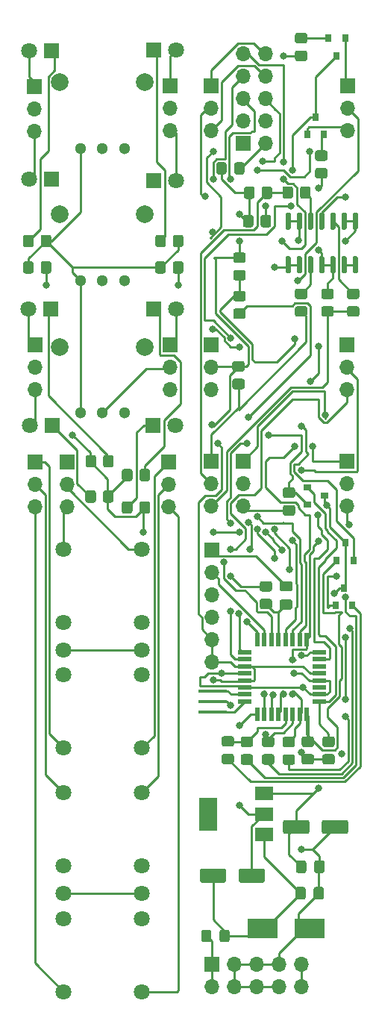
<source format=gbr>
%TF.GenerationSoftware,KiCad,Pcbnew,5.1.8*%
%TF.CreationDate,2020-11-17T21:54:47+01:00*%
%TF.ProjectId,kompas,6b6f6d70-6173-42e6-9b69-6361645f7063,rev?*%
%TF.SameCoordinates,Original*%
%TF.FileFunction,Copper,L1,Top*%
%TF.FilePolarity,Positive*%
%FSLAX46Y46*%
G04 Gerber Fmt 4.6, Leading zero omitted, Abs format (unit mm)*
G04 Created by KiCad (PCBNEW 5.1.8) date 2020-11-17 21:54:47*
%MOMM*%
%LPD*%
G01*
G04 APERTURE LIST*
%TA.AperFunction,ComponentPad*%
%ADD10C,1.800000*%
%TD*%
%TA.AperFunction,ComponentPad*%
%ADD11O,1.700000X1.700000*%
%TD*%
%TA.AperFunction,ComponentPad*%
%ADD12R,1.700000X1.700000*%
%TD*%
%TA.AperFunction,SMDPad,CuDef*%
%ADD13R,0.550000X1.600000*%
%TD*%
%TA.AperFunction,SMDPad,CuDef*%
%ADD14R,1.600000X0.550000*%
%TD*%
%TA.AperFunction,ComponentPad*%
%ADD15R,1.800000X1.800000*%
%TD*%
%TA.AperFunction,SMDPad,CuDef*%
%ADD16R,3.500000X2.300000*%
%TD*%
%TA.AperFunction,ComponentPad*%
%ADD17C,1.300000*%
%TD*%
%TA.AperFunction,ComponentPad*%
%ADD18C,2.000000*%
%TD*%
%TA.AperFunction,SMDPad,CuDef*%
%ADD19R,0.800000X0.900000*%
%TD*%
%TA.AperFunction,SMDPad,CuDef*%
%ADD20R,0.900000X0.800000*%
%TD*%
%TA.AperFunction,SMDPad,CuDef*%
%ADD21R,3.200000X0.400000*%
%TD*%
%TA.AperFunction,SMDPad,CuDef*%
%ADD22R,2.000000X3.800000*%
%TD*%
%TA.AperFunction,SMDPad,CuDef*%
%ADD23R,2.000000X1.500000*%
%TD*%
%TA.AperFunction,ViaPad*%
%ADD24C,0.800000*%
%TD*%
%TA.AperFunction,Conductor*%
%ADD25C,0.250000*%
%TD*%
G04 APERTURE END LIST*
D10*
%TO.P,J_OUT0,3*%
%TO.N,OUT0_T*%
X102906116Y-119515380D03*
%TO.P,J_OUT0,2*%
%TO.N,Net-(J_OUT0-Pad2)*%
X102906116Y-111215380D03*
%TD*%
%TO.P,J_IN0,3*%
%TO.N,IN0_T*%
X94016116Y-119515380D03*
%TO.P,J_IN0,2*%
%TO.N,Net-(J_IN0-Pad2)*%
X94016116Y-111215380D03*
%TD*%
%TO.P,J_IN2,3*%
%TO.N,IN2_T*%
X93980000Y-147160000D03*
%TO.P,J_IN2,2*%
%TO.N,Net-(J_IN2-Pad2)*%
X93980000Y-138860000D03*
%TD*%
%TO.P,J_OUT2,3*%
%TO.N,OUT2_T*%
X102870000Y-147160000D03*
%TO.P,J_OUT2,2*%
%TO.N,Net-(J_OUT2-Pad2)*%
X102870000Y-138860000D03*
%TD*%
D11*
%TO.P,J6,3*%
%TO.N,LED1_A_B*%
X110771692Y-49486200D03*
%TO.P,J6,2*%
%TO.N,POT1_B*%
X110771692Y-46946200D03*
D12*
%TO.P,J6,1*%
%TO.N,LED0_A_B*%
X110771692Y-44406200D03*
%TD*%
%TO.P,U2,14*%
%TO.N,Net-(U2-Pad13)*%
%TA.AperFunction,SMDPad,CuDef*%
G36*
G01*
X126966247Y-63722488D02*
X127266247Y-63722488D01*
G75*
G02*
X127416247Y-63872488I0J-150000D01*
G01*
X127416247Y-65522488D01*
G75*
G02*
X127266247Y-65672488I-150000J0D01*
G01*
X126966247Y-65672488D01*
G75*
G02*
X126816247Y-65522488I0J150000D01*
G01*
X126816247Y-63872488D01*
G75*
G02*
X126966247Y-63722488I150000J0D01*
G01*
G37*
%TD.AperFunction*%
%TO.P,U2,13*%
%TA.AperFunction,SMDPad,CuDef*%
G36*
G01*
X125696247Y-63722488D02*
X125996247Y-63722488D01*
G75*
G02*
X126146247Y-63872488I0J-150000D01*
G01*
X126146247Y-65522488D01*
G75*
G02*
X125996247Y-65672488I-150000J0D01*
G01*
X125696247Y-65672488D01*
G75*
G02*
X125546247Y-65522488I0J150000D01*
G01*
X125546247Y-63872488D01*
G75*
G02*
X125696247Y-63722488I150000J0D01*
G01*
G37*
%TD.AperFunction*%
%TO.P,U2,12*%
%TO.N,GND_B*%
%TA.AperFunction,SMDPad,CuDef*%
G36*
G01*
X124426247Y-63722488D02*
X124726247Y-63722488D01*
G75*
G02*
X124876247Y-63872488I0J-150000D01*
G01*
X124876247Y-65522488D01*
G75*
G02*
X124726247Y-65672488I-150000J0D01*
G01*
X124426247Y-65672488D01*
G75*
G02*
X124276247Y-65522488I0J150000D01*
G01*
X124276247Y-63872488D01*
G75*
G02*
X124426247Y-63722488I150000J0D01*
G01*
G37*
%TD.AperFunction*%
%TO.P,U2,11*%
%TA.AperFunction,SMDPad,CuDef*%
G36*
G01*
X123156247Y-63722488D02*
X123456247Y-63722488D01*
G75*
G02*
X123606247Y-63872488I0J-150000D01*
G01*
X123606247Y-65522488D01*
G75*
G02*
X123456247Y-65672488I-150000J0D01*
G01*
X123156247Y-65672488D01*
G75*
G02*
X123006247Y-65522488I0J150000D01*
G01*
X123006247Y-63872488D01*
G75*
G02*
X123156247Y-63722488I150000J0D01*
G01*
G37*
%TD.AperFunction*%
%TO.P,U2,10*%
%TO.N,Net-(R6-Pad1)*%
%TA.AperFunction,SMDPad,CuDef*%
G36*
G01*
X121886247Y-63722488D02*
X122186247Y-63722488D01*
G75*
G02*
X122336247Y-63872488I0J-150000D01*
G01*
X122336247Y-65522488D01*
G75*
G02*
X122186247Y-65672488I-150000J0D01*
G01*
X121886247Y-65672488D01*
G75*
G02*
X121736247Y-65522488I0J150000D01*
G01*
X121736247Y-63872488D01*
G75*
G02*
X121886247Y-63722488I150000J0D01*
G01*
G37*
%TD.AperFunction*%
%TO.P,U2,9*%
%TO.N,IN0*%
%TA.AperFunction,SMDPad,CuDef*%
G36*
G01*
X120616247Y-63722488D02*
X120916247Y-63722488D01*
G75*
G02*
X121066247Y-63872488I0J-150000D01*
G01*
X121066247Y-65522488D01*
G75*
G02*
X120916247Y-65672488I-150000J0D01*
G01*
X120616247Y-65672488D01*
G75*
G02*
X120466247Y-65522488I0J150000D01*
G01*
X120466247Y-63872488D01*
G75*
G02*
X120616247Y-63722488I150000J0D01*
G01*
G37*
%TD.AperFunction*%
%TO.P,U2,8*%
%TA.AperFunction,SMDPad,CuDef*%
G36*
G01*
X119346247Y-63722488D02*
X119646247Y-63722488D01*
G75*
G02*
X119796247Y-63872488I0J-150000D01*
G01*
X119796247Y-65522488D01*
G75*
G02*
X119646247Y-65672488I-150000J0D01*
G01*
X119346247Y-65672488D01*
G75*
G02*
X119196247Y-65522488I0J150000D01*
G01*
X119196247Y-63872488D01*
G75*
G02*
X119346247Y-63722488I150000J0D01*
G01*
G37*
%TD.AperFunction*%
%TO.P,U2,7*%
%TO.N,IN1*%
%TA.AperFunction,SMDPad,CuDef*%
G36*
G01*
X119346247Y-58772488D02*
X119646247Y-58772488D01*
G75*
G02*
X119796247Y-58922488I0J-150000D01*
G01*
X119796247Y-60572488D01*
G75*
G02*
X119646247Y-60722488I-150000J0D01*
G01*
X119346247Y-60722488D01*
G75*
G02*
X119196247Y-60572488I0J150000D01*
G01*
X119196247Y-58922488D01*
G75*
G02*
X119346247Y-58772488I150000J0D01*
G01*
G37*
%TD.AperFunction*%
%TO.P,U2,6*%
%TA.AperFunction,SMDPad,CuDef*%
G36*
G01*
X120616247Y-58772488D02*
X120916247Y-58772488D01*
G75*
G02*
X121066247Y-58922488I0J-150000D01*
G01*
X121066247Y-60572488D01*
G75*
G02*
X120916247Y-60722488I-150000J0D01*
G01*
X120616247Y-60722488D01*
G75*
G02*
X120466247Y-60572488I0J150000D01*
G01*
X120466247Y-58922488D01*
G75*
G02*
X120616247Y-58772488I150000J0D01*
G01*
G37*
%TD.AperFunction*%
%TO.P,U2,5*%
%TO.N,Net-(R5-Pad1)*%
%TA.AperFunction,SMDPad,CuDef*%
G36*
G01*
X121886247Y-58772488D02*
X122186247Y-58772488D01*
G75*
G02*
X122336247Y-58922488I0J-150000D01*
G01*
X122336247Y-60572488D01*
G75*
G02*
X122186247Y-60722488I-150000J0D01*
G01*
X121886247Y-60722488D01*
G75*
G02*
X121736247Y-60572488I0J150000D01*
G01*
X121736247Y-58922488D01*
G75*
G02*
X121886247Y-58772488I150000J0D01*
G01*
G37*
%TD.AperFunction*%
%TO.P,U2,4*%
%TO.N,VCC_B*%
%TA.AperFunction,SMDPad,CuDef*%
G36*
G01*
X123156247Y-58772488D02*
X123456247Y-58772488D01*
G75*
G02*
X123606247Y-58922488I0J-150000D01*
G01*
X123606247Y-60572488D01*
G75*
G02*
X123456247Y-60722488I-150000J0D01*
G01*
X123156247Y-60722488D01*
G75*
G02*
X123006247Y-60572488I0J150000D01*
G01*
X123006247Y-58922488D01*
G75*
G02*
X123156247Y-58772488I150000J0D01*
G01*
G37*
%TD.AperFunction*%
%TO.P,U2,3*%
%TO.N,Net-(R4-Pad1)*%
%TA.AperFunction,SMDPad,CuDef*%
G36*
G01*
X124426247Y-58772488D02*
X124726247Y-58772488D01*
G75*
G02*
X124876247Y-58922488I0J-150000D01*
G01*
X124876247Y-60572488D01*
G75*
G02*
X124726247Y-60722488I-150000J0D01*
G01*
X124426247Y-60722488D01*
G75*
G02*
X124276247Y-60572488I0J150000D01*
G01*
X124276247Y-58922488D01*
G75*
G02*
X124426247Y-58772488I150000J0D01*
G01*
G37*
%TD.AperFunction*%
%TO.P,U2,2*%
%TO.N,IN2*%
%TA.AperFunction,SMDPad,CuDef*%
G36*
G01*
X125696247Y-58772488D02*
X125996247Y-58772488D01*
G75*
G02*
X126146247Y-58922488I0J-150000D01*
G01*
X126146247Y-60572488D01*
G75*
G02*
X125996247Y-60722488I-150000J0D01*
G01*
X125696247Y-60722488D01*
G75*
G02*
X125546247Y-60572488I0J150000D01*
G01*
X125546247Y-58922488D01*
G75*
G02*
X125696247Y-58772488I150000J0D01*
G01*
G37*
%TD.AperFunction*%
%TO.P,U2,1*%
%TA.AperFunction,SMDPad,CuDef*%
G36*
G01*
X126966247Y-58772488D02*
X127266247Y-58772488D01*
G75*
G02*
X127416247Y-58922488I0J-150000D01*
G01*
X127416247Y-60572488D01*
G75*
G02*
X127266247Y-60722488I-150000J0D01*
G01*
X126966247Y-60722488D01*
G75*
G02*
X126816247Y-60572488I0J150000D01*
G01*
X126816247Y-58922488D01*
G75*
G02*
X126966247Y-58772488I150000J0D01*
G01*
G37*
%TD.AperFunction*%
%TD*%
D13*
%TO.P,U1,32*%
%TO.N,CLOCK_LED_B*%
X115993247Y-107192988D03*
%TO.P,U1,31*%
%TO.N,TXO*%
X116793247Y-107192988D03*
%TO.P,U1,30*%
%TO.N,RXI*%
X117593247Y-107192988D03*
%TO.P,U1,29*%
%TO.N,RST*%
X118393247Y-107192988D03*
%TO.P,U1,28*%
%TO.N,POT2_B*%
X119193247Y-107192988D03*
%TO.P,U1,27*%
%TO.N,POT1_B*%
X119993247Y-107192988D03*
%TO.P,U1,26*%
%TO.N,POT0_B*%
X120793247Y-107192988D03*
%TO.P,U1,25*%
%TO.N,IN2*%
X121593247Y-107192988D03*
D14*
%TO.P,U1,24*%
%TO.N,IN0*%
X123043247Y-108642988D03*
%TO.P,U1,23*%
%TO.N,IN1*%
X123043247Y-109442988D03*
%TO.P,U1,22*%
%TO.N,Net-(U1-Pad22)*%
X123043247Y-110242988D03*
%TO.P,U1,21*%
%TO.N,GND_B*%
X123043247Y-111042988D03*
%TO.P,U1,20*%
%TO.N,VCC_B*%
X123043247Y-111842988D03*
%TO.P,U1,19*%
%TO.N,Net-(U1-Pad19)*%
X123043247Y-112642988D03*
%TO.P,U1,18*%
%TO.N,VCC_B*%
X123043247Y-113442988D03*
%TO.P,U1,17*%
%TO.N,CLOCK*%
X123043247Y-114242988D03*
D13*
%TO.P,U1,16*%
%TO.N,RESET*%
X121593247Y-115692988D03*
%TO.P,U1,15*%
%TO.N,OUT0*%
X120793247Y-115692988D03*
%TO.P,U1,14*%
%TO.N,OUT1*%
X119993247Y-115692988D03*
%TO.P,U1,13*%
%TO.N,OUT2*%
X119193247Y-115692988D03*
%TO.P,U1,12*%
%TO.N,PB0*%
X118393247Y-115692988D03*
%TO.P,U1,11*%
%TO.N,PD7*%
X117593247Y-115692988D03*
%TO.P,U1,10*%
%TO.N,LED2*%
X116793247Y-115692988D03*
%TO.P,U1,9*%
%TO.N,LED1*%
X115993247Y-115692988D03*
D14*
%TO.P,U1,8*%
%TO.N,Net-(U1-Pad8)*%
X114543247Y-114242988D03*
%TO.P,U1,7*%
%TO.N,Net-(U1-Pad7)*%
X114543247Y-113442988D03*
%TO.P,U1,6*%
%TO.N,VCC_B*%
X114543247Y-112642988D03*
%TO.P,U1,5*%
%TO.N,GND_B*%
X114543247Y-111842988D03*
%TO.P,U1,4*%
%TO.N,VCC_B*%
X114543247Y-111042988D03*
%TO.P,U1,3*%
%TO.N,GND_B*%
X114543247Y-110242988D03*
%TO.P,U1,2*%
%TO.N,RESET_LED_B*%
X114543247Y-109442988D03*
%TO.P,U1,1*%
%TO.N,LED0*%
X114543247Y-108642988D03*
%TD*%
%TO.P,F1,2*%
%TO.N,Net-(F1-Pad2)*%
%TA.AperFunction,SMDPad,CuDef*%
G36*
G01*
X110782247Y-140386987D02*
X110782247Y-141286989D01*
G75*
G02*
X110532248Y-141536988I-249999J0D01*
G01*
X109882246Y-141536988D01*
G75*
G02*
X109632247Y-141286989I0J249999D01*
G01*
X109632247Y-140386987D01*
G75*
G02*
X109882246Y-140136988I249999J0D01*
G01*
X110532248Y-140136988D01*
G75*
G02*
X110782247Y-140386987I0J-249999D01*
G01*
G37*
%TD.AperFunction*%
%TO.P,F1,1*%
%TO.N,Net-(C1-Pad1)*%
%TA.AperFunction,SMDPad,CuDef*%
G36*
G01*
X112832247Y-140386987D02*
X112832247Y-141286989D01*
G75*
G02*
X112582248Y-141536988I-249999J0D01*
G01*
X111932246Y-141536988D01*
G75*
G02*
X111682247Y-141286989I0J249999D01*
G01*
X111682247Y-140386987D01*
G75*
G02*
X111932246Y-140136988I249999J0D01*
G01*
X112582248Y-140136988D01*
G75*
G02*
X112832247Y-140386987I0J-249999D01*
G01*
G37*
%TD.AperFunction*%
%TD*%
D12*
%TO.P,J20,1*%
%TO.N,VCC_T*%
X94363691Y-87062793D03*
D11*
%TO.P,J20,2*%
%TO.N,RESET_T*%
X94363691Y-89602793D03*
%TO.P,J20,3*%
%TO.N,CLOCK_T*%
X94363691Y-92142793D03*
%TD*%
%TO.P,J12,3*%
%TO.N,CLOCK_B*%
X114366008Y-92052988D03*
%TO.P,J12,2*%
%TO.N,RESET_B*%
X114366008Y-89512988D03*
D12*
%TO.P,J12,1*%
%TO.N,VCC_B*%
X114366008Y-86972988D03*
%TD*%
D11*
%TO.P,J19,3*%
%TO.N,CLOCK_LED_T*%
X90720271Y-78853952D03*
%TO.P,J19,2*%
%TO.N,GND_T*%
X90720271Y-76313952D03*
D12*
%TO.P,J19,1*%
%TO.N,LED2_A_T*%
X90720271Y-73773952D03*
%TD*%
D11*
%TO.P,J18,3*%
%TO.N,OUT2_T*%
X105918000Y-92138500D03*
%TO.P,J18,2*%
%TO.N,OUT1_T*%
X105918000Y-89598500D03*
D12*
%TO.P,J18,1*%
%TO.N,OUT0_T*%
X105918000Y-87058500D03*
%TD*%
D11*
%TO.P,J16,3*%
%TO.N,IN2_T*%
X90741500Y-92138500D03*
%TO.P,J16,2*%
%TO.N,IN1_T*%
X90741500Y-89598500D03*
D12*
%TO.P,J16,1*%
%TO.N,IN0_T*%
X90741500Y-87058500D03*
%TD*%
D11*
%TO.P,J15,3*%
%TO.N,RESET_LED_T*%
X106107362Y-78853952D03*
%TO.P,J15,2*%
%TO.N,POT2_T*%
X106107362Y-76313952D03*
D12*
%TO.P,J15,1*%
%TO.N,OUT_LED2_T*%
X106107362Y-73773952D03*
%TD*%
D11*
%TO.P,J14,3*%
%TO.N,OUT_LED1_T*%
X106104316Y-49515441D03*
%TO.P,J14,2*%
%TO.N,POT0_T*%
X106104316Y-46975441D03*
D12*
%TO.P,J14,1*%
%TO.N,OUT_LED0_T*%
X106104316Y-44435441D03*
%TD*%
D11*
%TO.P,J13,3*%
%TO.N,LED1_A_T*%
X90703287Y-49538670D03*
%TO.P,J13,2*%
%TO.N,POT1_T*%
X90703287Y-46998670D03*
D12*
%TO.P,J13,1*%
%TO.N,LED0_A_T*%
X90703287Y-44458670D03*
%TD*%
D11*
%TO.P,J11,3*%
%TO.N,CLOCK_LED_B*%
X110745537Y-78856062D03*
%TO.P,J11,2*%
%TO.N,GND_B*%
X110745537Y-76316062D03*
D12*
%TO.P,J11,1*%
%TO.N,LED2_A_B*%
X110745537Y-73776062D03*
%TD*%
D11*
%TO.P,J10,3*%
%TO.N,OUT2_B*%
X126181747Y-92043749D03*
%TO.P,J10,2*%
%TO.N,OUT1_B*%
X126181747Y-89503749D03*
D12*
%TO.P,J10,1*%
%TO.N,OUT0_B*%
X126181747Y-86963749D03*
%TD*%
D11*
%TO.P,J9,3*%
%TO.N,IN2_B*%
X110754167Y-92052988D03*
%TO.P,J9,2*%
%TO.N,IN1_B*%
X110754167Y-89512988D03*
D12*
%TO.P,J9,1*%
%TO.N,IN0_B*%
X110754167Y-86972988D03*
%TD*%
D11*
%TO.P,J8,3*%
%TO.N,RESET_LED_B*%
X126167215Y-78856062D03*
%TO.P,J8,2*%
%TO.N,POT2_B*%
X126167215Y-76316062D03*
D12*
%TO.P,J8,1*%
%TO.N,OUT_LED2_B*%
X126167215Y-73776062D03*
%TD*%
D11*
%TO.P,J7,3*%
%TO.N,OUT_LED1_B*%
X126195950Y-49439741D03*
%TO.P,J7,2*%
%TO.N,POT0_B*%
X126195950Y-46899741D03*
D12*
%TO.P,J7,1*%
%TO.N,OUT_LED0_B*%
X126195950Y-44359741D03*
%TD*%
%TO.P,C4,2*%
%TO.N,GND_B*%
%TA.AperFunction,SMDPad,CuDef*%
G36*
G01*
X123285247Y-129022988D02*
X123285247Y-127922988D01*
G75*
G02*
X123535247Y-127672988I250000J0D01*
G01*
X126035247Y-127672988D01*
G75*
G02*
X126285247Y-127922988I0J-250000D01*
G01*
X126285247Y-129022988D01*
G75*
G02*
X126035247Y-129272988I-250000J0D01*
G01*
X123535247Y-129272988D01*
G75*
G02*
X123285247Y-129022988I0J250000D01*
G01*
G37*
%TD.AperFunction*%
%TO.P,C4,1*%
%TO.N,VCC_B*%
%TA.AperFunction,SMDPad,CuDef*%
G36*
G01*
X118885247Y-129022988D02*
X118885247Y-127922988D01*
G75*
G02*
X119135247Y-127672988I250000J0D01*
G01*
X121635247Y-127672988D01*
G75*
G02*
X121885247Y-127922988I0J-250000D01*
G01*
X121885247Y-129022988D01*
G75*
G02*
X121635247Y-129272988I-250000J0D01*
G01*
X119135247Y-129272988D01*
G75*
G02*
X118885247Y-129022988I0J250000D01*
G01*
G37*
%TD.AperFunction*%
%TD*%
D10*
%TO.P,D2,2*%
%TO.N,OUT_LED0_T*%
X106728923Y-40377027D03*
D15*
%TO.P,D2,1*%
%TO.N,Net-(D2-Pad1)*%
X104188923Y-40377027D03*
%TD*%
%TO.P,C5,2*%
%TO.N,RST*%
%TA.AperFunction,SMDPad,CuDef*%
G36*
G01*
X118767247Y-102657488D02*
X119717247Y-102657488D01*
G75*
G02*
X119967247Y-102907488I0J-250000D01*
G01*
X119967247Y-103582488D01*
G75*
G02*
X119717247Y-103832488I-250000J0D01*
G01*
X118767247Y-103832488D01*
G75*
G02*
X118517247Y-103582488I0J250000D01*
G01*
X118517247Y-102907488D01*
G75*
G02*
X118767247Y-102657488I250000J0D01*
G01*
G37*
%TD.AperFunction*%
%TO.P,C5,1*%
%TO.N,Net-(C5-Pad1)*%
%TA.AperFunction,SMDPad,CuDef*%
G36*
G01*
X118767247Y-100582488D02*
X119717247Y-100582488D01*
G75*
G02*
X119967247Y-100832488I0J-250000D01*
G01*
X119967247Y-101507488D01*
G75*
G02*
X119717247Y-101757488I-250000J0D01*
G01*
X118767247Y-101757488D01*
G75*
G02*
X118517247Y-101507488I0J250000D01*
G01*
X118517247Y-100832488D01*
G75*
G02*
X118767247Y-100582488I250000J0D01*
G01*
G37*
%TD.AperFunction*%
%TD*%
D16*
%TO.P,D1,2*%
%TO.N,Net-(C1-Pad1)*%
X116555247Y-139993988D03*
%TO.P,D1,1*%
%TO.N,GND_B*%
X121955247Y-139993988D03*
%TD*%
D10*
%TO.P,D3,2*%
%TO.N,OUT_LED1_T*%
X106786157Y-55117030D03*
D15*
%TO.P,D3,1*%
%TO.N,Net-(D3-Pad1)*%
X104246157Y-55117030D03*
%TD*%
%TO.P,R31,2*%
%TO.N,GND_T*%
%TA.AperFunction,SMDPad,CuDef*%
G36*
G01*
X106400000Y-62450001D02*
X106400000Y-61549999D01*
G75*
G02*
X106649999Y-61300000I249999J0D01*
G01*
X107350001Y-61300000D01*
G75*
G02*
X107600000Y-61549999I0J-249999D01*
G01*
X107600000Y-62450001D01*
G75*
G02*
X107350001Y-62700000I-249999J0D01*
G01*
X106649999Y-62700000D01*
G75*
G02*
X106400000Y-62450001I0J249999D01*
G01*
G37*
%TD.AperFunction*%
%TO.P,R31,1*%
%TO.N,Net-(D2-Pad1)*%
%TA.AperFunction,SMDPad,CuDef*%
G36*
G01*
X104400000Y-62450001D02*
X104400000Y-61549999D01*
G75*
G02*
X104649999Y-61300000I249999J0D01*
G01*
X105350001Y-61300000D01*
G75*
G02*
X105600000Y-61549999I0J-249999D01*
G01*
X105600000Y-62450001D01*
G75*
G02*
X105350001Y-62700000I-249999J0D01*
G01*
X104649999Y-62700000D01*
G75*
G02*
X104400000Y-62450001I0J249999D01*
G01*
G37*
%TD.AperFunction*%
%TD*%
D11*
%TO.P,J4,10*%
%TO.N,LED0_A_B*%
X116889899Y-40785061D03*
%TO.P,J4,9*%
%TO.N,LED0*%
X114349899Y-40785061D03*
%TO.P,J4,8*%
%TO.N,LED1_A_B*%
X116889899Y-43325061D03*
%TO.P,J4,7*%
%TO.N,LED1*%
X114349899Y-43325061D03*
%TO.P,J4,6*%
%TO.N,LED2_A_B*%
X116889899Y-45865061D03*
%TO.P,J4,5*%
%TO.N,LED2*%
X114349899Y-45865061D03*
%TO.P,J4,4*%
%TO.N,PB0*%
X116889899Y-48405061D03*
%TO.P,J4,3*%
%TO.N,PD7*%
X114349899Y-48405061D03*
%TO.P,J4,2*%
%TO.N,Net-(F2-Pad2)*%
X116889899Y-50945061D03*
D12*
%TO.P,J4,1*%
%TO.N,VCC_B*%
X114349899Y-50945061D03*
%TD*%
%TO.P,R32,2*%
%TO.N,GND_T*%
%TA.AperFunction,SMDPad,CuDef*%
G36*
G01*
X105600000Y-64549999D02*
X105600000Y-65450001D01*
G75*
G02*
X105350001Y-65700000I-249999J0D01*
G01*
X104649999Y-65700000D01*
G75*
G02*
X104400000Y-65450001I0J249999D01*
G01*
X104400000Y-64549999D01*
G75*
G02*
X104649999Y-64300000I249999J0D01*
G01*
X105350001Y-64300000D01*
G75*
G02*
X105600000Y-64549999I0J-249999D01*
G01*
G37*
%TD.AperFunction*%
%TO.P,R32,1*%
%TO.N,Net-(D3-Pad1)*%
%TA.AperFunction,SMDPad,CuDef*%
G36*
G01*
X107600000Y-64549999D02*
X107600000Y-65450001D01*
G75*
G02*
X107350001Y-65700000I-249999J0D01*
G01*
X106649999Y-65700000D01*
G75*
G02*
X106400000Y-65450001I0J249999D01*
G01*
X106400000Y-64549999D01*
G75*
G02*
X106649999Y-64300000I249999J0D01*
G01*
X107350001Y-64300000D01*
G75*
G02*
X107600000Y-64549999I0J-249999D01*
G01*
G37*
%TD.AperFunction*%
%TD*%
D11*
%TO.P,J5,6*%
%TO.N,GND_B*%
X110860247Y-109721988D03*
%TO.P,J5,5*%
X110860247Y-107181988D03*
%TO.P,J5,4*%
%TO.N,VCC_B*%
X110860247Y-104641988D03*
%TO.P,J5,3*%
%TO.N,RXI*%
X110860247Y-102101988D03*
%TO.P,J5,2*%
%TO.N,TXO*%
X110860247Y-99561988D03*
D12*
%TO.P,J5,1*%
%TO.N,Net-(C5-Pad1)*%
X110860247Y-97021988D03*
%TD*%
D10*
%TO.P,D4,2*%
%TO.N,OUT_LED2_T*%
X106761460Y-69680369D03*
D15*
%TO.P,D4,1*%
%TO.N,Net-(D4-Pad1)*%
X104221460Y-69680369D03*
%TD*%
D17*
%TO.P,RV2,1*%
%TO.N,GND_T*%
X95895890Y-81500000D03*
%TO.P,RV2,2*%
%TO.N,POT2_T*%
X98395890Y-81500000D03*
%TO.P,RV2,3*%
%TO.N,VCC_T*%
X100895890Y-81500000D03*
D18*
%TO.P,RV2,*%
%TO.N,*%
X93595890Y-74000000D03*
X103195890Y-74000000D03*
%TD*%
D10*
%TO.P,J_OUT1,3*%
%TO.N,OUT1_T*%
X102870000Y-124620000D03*
%TO.P,J_OUT1,1*%
%TO.N,GND_T*%
X102870000Y-136020000D03*
%TO.P,J_OUT1,2*%
%TO.N,Net-(J_OUT1-Pad2)*%
X102870000Y-132920000D03*
%TD*%
%TO.P,J_IN1,3*%
%TO.N,IN1_T*%
X93980000Y-124620000D03*
%TO.P,J_IN1,1*%
%TO.N,GND_T*%
X93980000Y-136020000D03*
%TO.P,J_IN1,2*%
%TO.N,Net-(J_IN1-Pad2)*%
X93980000Y-132920000D03*
%TD*%
D19*
%TO.P,Q3,3*%
%TO.N,VCC_B*%
X125005247Y-40993988D03*
%TO.P,Q3,2*%
%TO.N,Net-(Q3-Pad2)*%
X124055247Y-38993988D03*
%TO.P,Q3,1*%
%TO.N,OUT_LED0_B*%
X125955247Y-38993988D03*
%TD*%
%TO.P,R20,2*%
%TO.N,OUT1*%
%TA.AperFunction,SMDPad,CuDef*%
G36*
G01*
X122792746Y-53717988D02*
X123692748Y-53717988D01*
G75*
G02*
X123942747Y-53967987I0J-249999D01*
G01*
X123942747Y-54667989D01*
G75*
G02*
X123692748Y-54917988I-249999J0D01*
G01*
X122792746Y-54917988D01*
G75*
G02*
X122542747Y-54667989I0J249999D01*
G01*
X122542747Y-53967987D01*
G75*
G02*
X122792746Y-53717988I249999J0D01*
G01*
G37*
%TD.AperFunction*%
%TO.P,R20,1*%
%TO.N,Net-(Q4-Pad2)*%
%TA.AperFunction,SMDPad,CuDef*%
G36*
G01*
X122792746Y-51717988D02*
X123692748Y-51717988D01*
G75*
G02*
X123942747Y-51967987I0J-249999D01*
G01*
X123942747Y-52667989D01*
G75*
G02*
X123692748Y-52917988I-249999J0D01*
G01*
X122792746Y-52917988D01*
G75*
G02*
X122542747Y-52667989I0J249999D01*
G01*
X122542747Y-51967987D01*
G75*
G02*
X122792746Y-51717988I249999J0D01*
G01*
G37*
%TD.AperFunction*%
%TD*%
%TO.P,R19,2*%
%TO.N,OUT1*%
%TA.AperFunction,SMDPad,CuDef*%
G36*
G01*
X117660248Y-119418488D02*
X116760246Y-119418488D01*
G75*
G02*
X116510247Y-119168489I0J249999D01*
G01*
X116510247Y-118468487D01*
G75*
G02*
X116760246Y-118218488I249999J0D01*
G01*
X117660248Y-118218488D01*
G75*
G02*
X117910247Y-118468487I0J-249999D01*
G01*
X117910247Y-119168489D01*
G75*
G02*
X117660248Y-119418488I-249999J0D01*
G01*
G37*
%TD.AperFunction*%
%TO.P,R19,1*%
%TO.N,OUT1_B*%
%TA.AperFunction,SMDPad,CuDef*%
G36*
G01*
X117660248Y-121418488D02*
X116760246Y-121418488D01*
G75*
G02*
X116510247Y-121168489I0J249999D01*
G01*
X116510247Y-120468487D01*
G75*
G02*
X116760246Y-120218488I249999J0D01*
G01*
X117660248Y-120218488D01*
G75*
G02*
X117910247Y-120468487I0J-249999D01*
G01*
X117910247Y-121168489D01*
G75*
G02*
X117660248Y-121418488I-249999J0D01*
G01*
G37*
%TD.AperFunction*%
%TD*%
%TO.P,R18,2*%
%TO.N,OUT2*%
%TA.AperFunction,SMDPad,CuDef*%
G36*
G01*
X113088248Y-119370988D02*
X112188246Y-119370988D01*
G75*
G02*
X111938247Y-119120989I0J249999D01*
G01*
X111938247Y-118420987D01*
G75*
G02*
X112188246Y-118170988I249999J0D01*
G01*
X113088248Y-118170988D01*
G75*
G02*
X113338247Y-118420987I0J-249999D01*
G01*
X113338247Y-119120989D01*
G75*
G02*
X113088248Y-119370988I-249999J0D01*
G01*
G37*
%TD.AperFunction*%
%TO.P,R18,1*%
%TO.N,Net-(Q5-Pad2)*%
%TA.AperFunction,SMDPad,CuDef*%
G36*
G01*
X113088248Y-121370988D02*
X112188246Y-121370988D01*
G75*
G02*
X111938247Y-121120989I0J249999D01*
G01*
X111938247Y-120420987D01*
G75*
G02*
X112188246Y-120170988I249999J0D01*
G01*
X113088248Y-120170988D01*
G75*
G02*
X113338247Y-120420987I0J-249999D01*
G01*
X113338247Y-121120989D01*
G75*
G02*
X113088248Y-121370988I-249999J0D01*
G01*
G37*
%TD.AperFunction*%
%TD*%
%TO.P,R17,2*%
%TO.N,OUT2*%
%TA.AperFunction,SMDPad,CuDef*%
G36*
G01*
X115247248Y-119418488D02*
X114347246Y-119418488D01*
G75*
G02*
X114097247Y-119168489I0J249999D01*
G01*
X114097247Y-118468487D01*
G75*
G02*
X114347246Y-118218488I249999J0D01*
G01*
X115247248Y-118218488D01*
G75*
G02*
X115497247Y-118468487I0J-249999D01*
G01*
X115497247Y-119168489D01*
G75*
G02*
X115247248Y-119418488I-249999J0D01*
G01*
G37*
%TD.AperFunction*%
%TO.P,R17,1*%
%TO.N,OUT2_B*%
%TA.AperFunction,SMDPad,CuDef*%
G36*
G01*
X115247248Y-121418488D02*
X114347246Y-121418488D01*
G75*
G02*
X114097247Y-121168489I0J249999D01*
G01*
X114097247Y-120468487D01*
G75*
G02*
X114347246Y-120218488I249999J0D01*
G01*
X115247248Y-120218488D01*
G75*
G02*
X115497247Y-120468487I0J-249999D01*
G01*
X115497247Y-121168489D01*
G75*
G02*
X115247248Y-121418488I-249999J0D01*
G01*
G37*
%TD.AperFunction*%
%TD*%
%TO.P,R16,2*%
%TO.N,GND_B*%
%TA.AperFunction,SMDPad,CuDef*%
G36*
G01*
X115555247Y-59297487D02*
X115555247Y-60197489D01*
G75*
G02*
X115305248Y-60447488I-249999J0D01*
G01*
X114605246Y-60447488D01*
G75*
G02*
X114355247Y-60197489I0J249999D01*
G01*
X114355247Y-59297487D01*
G75*
G02*
X114605246Y-59047488I249999J0D01*
G01*
X115305248Y-59047488D01*
G75*
G02*
X115555247Y-59297487I0J-249999D01*
G01*
G37*
%TD.AperFunction*%
%TO.P,R16,1*%
%TO.N,Net-(Q2-Pad2)*%
%TA.AperFunction,SMDPad,CuDef*%
G36*
G01*
X117555247Y-59297487D02*
X117555247Y-60197489D01*
G75*
G02*
X117305248Y-60447488I-249999J0D01*
G01*
X116605246Y-60447488D01*
G75*
G02*
X116355247Y-60197489I0J249999D01*
G01*
X116355247Y-59297487D01*
G75*
G02*
X116605246Y-59047488I249999J0D01*
G01*
X117305248Y-59047488D01*
G75*
G02*
X117555247Y-59297487I0J-249999D01*
G01*
G37*
%TD.AperFunction*%
%TD*%
%TO.P,R15,2*%
%TO.N,CLOCK_B*%
%TA.AperFunction,SMDPad,CuDef*%
G36*
G01*
X119134225Y-91956740D02*
X120034227Y-91956740D01*
G75*
G02*
X120284226Y-92206739I0J-249999D01*
G01*
X120284226Y-92906741D01*
G75*
G02*
X120034227Y-93156740I-249999J0D01*
G01*
X119134225Y-93156740D01*
G75*
G02*
X118884226Y-92906741I0J249999D01*
G01*
X118884226Y-92206739D01*
G75*
G02*
X119134225Y-91956740I249999J0D01*
G01*
G37*
%TD.AperFunction*%
%TO.P,R15,1*%
%TO.N,Net-(Q2-Pad2)*%
%TA.AperFunction,SMDPad,CuDef*%
G36*
G01*
X119134225Y-89956740D02*
X120034227Y-89956740D01*
G75*
G02*
X120284226Y-90206739I0J-249999D01*
G01*
X120284226Y-90906741D01*
G75*
G02*
X120034227Y-91156740I-249999J0D01*
G01*
X119134225Y-91156740D01*
G75*
G02*
X118884226Y-90906741I0J249999D01*
G01*
X118884226Y-90206739D01*
G75*
G02*
X119134225Y-89956740I249999J0D01*
G01*
G37*
%TD.AperFunction*%
%TD*%
%TO.P,R14,2*%
%TO.N,CLOCK*%
%TA.AperFunction,SMDPad,CuDef*%
G36*
G01*
X124518248Y-119402488D02*
X123618246Y-119402488D01*
G75*
G02*
X123368247Y-119152489I0J249999D01*
G01*
X123368247Y-118452487D01*
G75*
G02*
X123618246Y-118202488I249999J0D01*
G01*
X124518248Y-118202488D01*
G75*
G02*
X124768247Y-118452487I0J-249999D01*
G01*
X124768247Y-119152489D01*
G75*
G02*
X124518248Y-119402488I-249999J0D01*
G01*
G37*
%TD.AperFunction*%
%TO.P,R14,1*%
%TO.N,GND_B*%
%TA.AperFunction,SMDPad,CuDef*%
G36*
G01*
X124518248Y-121402488D02*
X123618246Y-121402488D01*
G75*
G02*
X123368247Y-121152489I0J249999D01*
G01*
X123368247Y-120452487D01*
G75*
G02*
X123618246Y-120202488I249999J0D01*
G01*
X124518248Y-120202488D01*
G75*
G02*
X124768247Y-120452487I0J-249999D01*
G01*
X124768247Y-121152489D01*
G75*
G02*
X124518248Y-121402488I-249999J0D01*
G01*
G37*
%TD.AperFunction*%
%TD*%
%TO.P,R13,2*%
%TO.N,GND_B*%
%TA.AperFunction,SMDPad,CuDef*%
G36*
G01*
X114405248Y-64490988D02*
X113505246Y-64490988D01*
G75*
G02*
X113255247Y-64240989I0J249999D01*
G01*
X113255247Y-63540987D01*
G75*
G02*
X113505246Y-63290988I249999J0D01*
G01*
X114405248Y-63290988D01*
G75*
G02*
X114655247Y-63540987I0J-249999D01*
G01*
X114655247Y-64240989D01*
G75*
G02*
X114405248Y-64490988I-249999J0D01*
G01*
G37*
%TD.AperFunction*%
%TO.P,R13,1*%
%TO.N,Net-(Q1-Pad2)*%
%TA.AperFunction,SMDPad,CuDef*%
G36*
G01*
X114405248Y-66490988D02*
X113505246Y-66490988D01*
G75*
G02*
X113255247Y-66240989I0J249999D01*
G01*
X113255247Y-65540987D01*
G75*
G02*
X113505246Y-65290988I249999J0D01*
G01*
X114405248Y-65290988D01*
G75*
G02*
X114655247Y-65540987I0J-249999D01*
G01*
X114655247Y-66240989D01*
G75*
G02*
X114405248Y-66490988I-249999J0D01*
G01*
G37*
%TD.AperFunction*%
%TD*%
D10*
%TO.P,D9,2*%
%TO.N,LED2_A_T*%
X90039574Y-69713968D03*
D15*
%TO.P,D9,1*%
%TO.N,Net-(D9-Pad1)*%
X92579574Y-69713968D03*
%TD*%
D10*
%TO.P,D8,2*%
%TO.N,LED1_A_T*%
X90118652Y-55020267D03*
D15*
%TO.P,D8,1*%
%TO.N,Net-(D8-Pad1)*%
X92658652Y-55020267D03*
%TD*%
%TO.P,R12,2*%
%TO.N,RESET_B*%
%TA.AperFunction,SMDPad,CuDef*%
G36*
G01*
X113505246Y-69656488D02*
X114405248Y-69656488D01*
G75*
G02*
X114655247Y-69906487I0J-249999D01*
G01*
X114655247Y-70606489D01*
G75*
G02*
X114405248Y-70856488I-249999J0D01*
G01*
X113505246Y-70856488D01*
G75*
G02*
X113255247Y-70606489I0J249999D01*
G01*
X113255247Y-69906487D01*
G75*
G02*
X113505246Y-69656488I249999J0D01*
G01*
G37*
%TD.AperFunction*%
%TO.P,R12,1*%
%TO.N,Net-(Q1-Pad2)*%
%TA.AperFunction,SMDPad,CuDef*%
G36*
G01*
X113505246Y-67656488D02*
X114405248Y-67656488D01*
G75*
G02*
X114655247Y-67906487I0J-249999D01*
G01*
X114655247Y-68606489D01*
G75*
G02*
X114405248Y-68856488I-249999J0D01*
G01*
X113505246Y-68856488D01*
G75*
G02*
X113255247Y-68606489I0J249999D01*
G01*
X113255247Y-67906487D01*
G75*
G02*
X113505246Y-67656488I249999J0D01*
G01*
G37*
%TD.AperFunction*%
%TD*%
%TO.P,R11,2*%
%TO.N,RESET*%
%TA.AperFunction,SMDPad,CuDef*%
G36*
G01*
X122168748Y-119402488D02*
X121268746Y-119402488D01*
G75*
G02*
X121018747Y-119152489I0J249999D01*
G01*
X121018747Y-118452487D01*
G75*
G02*
X121268746Y-118202488I249999J0D01*
G01*
X122168748Y-118202488D01*
G75*
G02*
X122418747Y-118452487I0J-249999D01*
G01*
X122418747Y-119152489D01*
G75*
G02*
X122168748Y-119402488I-249999J0D01*
G01*
G37*
%TD.AperFunction*%
%TO.P,R11,1*%
%TO.N,GND_B*%
%TA.AperFunction,SMDPad,CuDef*%
G36*
G01*
X122168748Y-121402488D02*
X121268746Y-121402488D01*
G75*
G02*
X121018747Y-121152489I0J249999D01*
G01*
X121018747Y-120452487D01*
G75*
G02*
X121268746Y-120202488I249999J0D01*
G01*
X122168748Y-120202488D01*
G75*
G02*
X122418747Y-120452487I0J-249999D01*
G01*
X122418747Y-121152489D01*
G75*
G02*
X122168748Y-121402488I-249999J0D01*
G01*
G37*
%TD.AperFunction*%
%TD*%
%TO.P,R6,2*%
%TO.N,IN0_B*%
%TA.AperFunction,SMDPad,CuDef*%
G36*
G01*
X120505246Y-69393988D02*
X121405248Y-69393988D01*
G75*
G02*
X121655247Y-69643987I0J-249999D01*
G01*
X121655247Y-70343989D01*
G75*
G02*
X121405248Y-70593988I-249999J0D01*
G01*
X120505246Y-70593988D01*
G75*
G02*
X120255247Y-70343989I0J249999D01*
G01*
X120255247Y-69643987D01*
G75*
G02*
X120505246Y-69393988I249999J0D01*
G01*
G37*
%TD.AperFunction*%
%TO.P,R6,1*%
%TO.N,Net-(R6-Pad1)*%
%TA.AperFunction,SMDPad,CuDef*%
G36*
G01*
X120505246Y-67393988D02*
X121405248Y-67393988D01*
G75*
G02*
X121655247Y-67643987I0J-249999D01*
G01*
X121655247Y-68343989D01*
G75*
G02*
X121405248Y-68593988I-249999J0D01*
G01*
X120505246Y-68593988D01*
G75*
G02*
X120255247Y-68343989I0J249999D01*
G01*
X120255247Y-67643987D01*
G75*
G02*
X120505246Y-67393988I249999J0D01*
G01*
G37*
%TD.AperFunction*%
%TD*%
%TO.P,R5,2*%
%TO.N,IN1_B*%
%TA.AperFunction,SMDPad,CuDef*%
G36*
G01*
X120031875Y-56051834D02*
X120031875Y-56951836D01*
G75*
G02*
X119781876Y-57201835I-249999J0D01*
G01*
X119081874Y-57201835D01*
G75*
G02*
X118831875Y-56951836I0J249999D01*
G01*
X118831875Y-56051834D01*
G75*
G02*
X119081874Y-55801835I249999J0D01*
G01*
X119781876Y-55801835D01*
G75*
G02*
X120031875Y-56051834I0J-249999D01*
G01*
G37*
%TD.AperFunction*%
%TO.P,R5,1*%
%TO.N,Net-(R5-Pad1)*%
%TA.AperFunction,SMDPad,CuDef*%
G36*
G01*
X122031875Y-56051834D02*
X122031875Y-56951836D01*
G75*
G02*
X121781876Y-57201835I-249999J0D01*
G01*
X121081874Y-57201835D01*
G75*
G02*
X120831875Y-56951836I0J249999D01*
G01*
X120831875Y-56051834D01*
G75*
G02*
X121081874Y-55801835I249999J0D01*
G01*
X121781876Y-55801835D01*
G75*
G02*
X122031875Y-56051834I0J-249999D01*
G01*
G37*
%TD.AperFunction*%
%TD*%
%TO.P,R4,2*%
%TO.N,IN2_B*%
%TA.AperFunction,SMDPad,CuDef*%
G36*
G01*
X126412246Y-69393988D02*
X127312248Y-69393988D01*
G75*
G02*
X127562247Y-69643987I0J-249999D01*
G01*
X127562247Y-70343989D01*
G75*
G02*
X127312248Y-70593988I-249999J0D01*
G01*
X126412246Y-70593988D01*
G75*
G02*
X126162247Y-70343989I0J249999D01*
G01*
X126162247Y-69643987D01*
G75*
G02*
X126412246Y-69393988I249999J0D01*
G01*
G37*
%TD.AperFunction*%
%TO.P,R4,1*%
%TO.N,Net-(R4-Pad1)*%
%TA.AperFunction,SMDPad,CuDef*%
G36*
G01*
X126412246Y-67393988D02*
X127312248Y-67393988D01*
G75*
G02*
X127562247Y-67643987I0J-249999D01*
G01*
X127562247Y-68343989D01*
G75*
G02*
X127312248Y-68593988I-249999J0D01*
G01*
X126412246Y-68593988D01*
G75*
G02*
X126162247Y-68343989I0J249999D01*
G01*
X126162247Y-67643987D01*
G75*
G02*
X126412246Y-67393988I249999J0D01*
G01*
G37*
%TD.AperFunction*%
%TD*%
%TO.P,R3,2*%
%TO.N,GND_B*%
%TA.AperFunction,SMDPad,CuDef*%
G36*
G01*
X114294748Y-76825988D02*
X113394746Y-76825988D01*
G75*
G02*
X113144747Y-76575989I0J249999D01*
G01*
X113144747Y-75875987D01*
G75*
G02*
X113394746Y-75625988I249999J0D01*
G01*
X114294748Y-75625988D01*
G75*
G02*
X114544747Y-75875987I0J-249999D01*
G01*
X114544747Y-76575989D01*
G75*
G02*
X114294748Y-76825988I-249999J0D01*
G01*
G37*
%TD.AperFunction*%
%TO.P,R3,1*%
%TO.N,IN0_B*%
%TA.AperFunction,SMDPad,CuDef*%
G36*
G01*
X114294748Y-78825988D02*
X113394746Y-78825988D01*
G75*
G02*
X113144747Y-78575989I0J249999D01*
G01*
X113144747Y-77875987D01*
G75*
G02*
X113394746Y-77625988I249999J0D01*
G01*
X114294748Y-77625988D01*
G75*
G02*
X114544747Y-77875987I0J-249999D01*
G01*
X114544747Y-78575989D01*
G75*
G02*
X114294748Y-78825988I-249999J0D01*
G01*
G37*
%TD.AperFunction*%
%TD*%
%TO.P,R2,2*%
%TO.N,GND_B*%
%TA.AperFunction,SMDPad,CuDef*%
G36*
G01*
X115673105Y-56079915D02*
X115673105Y-56979917D01*
G75*
G02*
X115423106Y-57229916I-249999J0D01*
G01*
X114723104Y-57229916D01*
G75*
G02*
X114473105Y-56979917I0J249999D01*
G01*
X114473105Y-56079915D01*
G75*
G02*
X114723104Y-55829916I249999J0D01*
G01*
X115423106Y-55829916D01*
G75*
G02*
X115673105Y-56079915I0J-249999D01*
G01*
G37*
%TD.AperFunction*%
%TO.P,R2,1*%
%TO.N,IN1_B*%
%TA.AperFunction,SMDPad,CuDef*%
G36*
G01*
X117673105Y-56079915D02*
X117673105Y-56979917D01*
G75*
G02*
X117423106Y-57229916I-249999J0D01*
G01*
X116723104Y-57229916D01*
G75*
G02*
X116473105Y-56979917I0J249999D01*
G01*
X116473105Y-56079915D01*
G75*
G02*
X116723104Y-55829916I249999J0D01*
G01*
X117423106Y-55829916D01*
G75*
G02*
X117673105Y-56079915I0J-249999D01*
G01*
G37*
%TD.AperFunction*%
%TD*%
%TO.P,R1,2*%
%TO.N,RST*%
%TA.AperFunction,SMDPad,CuDef*%
G36*
G01*
X116506246Y-102581488D02*
X117406248Y-102581488D01*
G75*
G02*
X117656247Y-102831487I0J-249999D01*
G01*
X117656247Y-103531489D01*
G75*
G02*
X117406248Y-103781488I-249999J0D01*
G01*
X116506246Y-103781488D01*
G75*
G02*
X116256247Y-103531489I0J249999D01*
G01*
X116256247Y-102831487D01*
G75*
G02*
X116506246Y-102581488I249999J0D01*
G01*
G37*
%TD.AperFunction*%
%TO.P,R1,1*%
%TO.N,VCC_B*%
%TA.AperFunction,SMDPad,CuDef*%
G36*
G01*
X116506246Y-100581488D02*
X117406248Y-100581488D01*
G75*
G02*
X117656247Y-100831487I0J-249999D01*
G01*
X117656247Y-101531489D01*
G75*
G02*
X117406248Y-101781488I-249999J0D01*
G01*
X116506246Y-101781488D01*
G75*
G02*
X116256247Y-101531489I0J249999D01*
G01*
X116256247Y-100831487D01*
G75*
G02*
X116506246Y-100581488I249999J0D01*
G01*
G37*
%TD.AperFunction*%
%TD*%
D19*
%TO.P,Q5,3*%
%TO.N,VCC_B*%
X125798747Y-101355988D03*
%TO.P,Q5,2*%
%TO.N,Net-(Q5-Pad2)*%
X126748747Y-103355988D03*
%TO.P,Q5,1*%
%TO.N,OUT_LED2_B*%
X124848747Y-103355988D03*
%TD*%
%TO.P,Q4,3*%
%TO.N,VCC_B*%
X122578510Y-47943421D03*
%TO.P,Q4,2*%
%TO.N,Net-(Q4-Pad2)*%
X123528510Y-49943421D03*
%TO.P,Q4,1*%
%TO.N,OUT_LED1_B*%
X121628510Y-49943421D03*
%TD*%
%TO.P,C1,2*%
%TO.N,GND_B*%
%TA.AperFunction,SMDPad,CuDef*%
G36*
G01*
X113855247Y-134543988D02*
X113855247Y-133443988D01*
G75*
G02*
X114105247Y-133193988I250000J0D01*
G01*
X116605247Y-133193988D01*
G75*
G02*
X116855247Y-133443988I0J-250000D01*
G01*
X116855247Y-134543988D01*
G75*
G02*
X116605247Y-134793988I-250000J0D01*
G01*
X114105247Y-134793988D01*
G75*
G02*
X113855247Y-134543988I0J250000D01*
G01*
G37*
%TD.AperFunction*%
%TO.P,C1,1*%
%TO.N,Net-(C1-Pad1)*%
%TA.AperFunction,SMDPad,CuDef*%
G36*
G01*
X109455247Y-134543988D02*
X109455247Y-133443988D01*
G75*
G02*
X109705247Y-133193988I250000J0D01*
G01*
X112205247Y-133193988D01*
G75*
G02*
X112455247Y-133443988I0J-250000D01*
G01*
X112455247Y-134543988D01*
G75*
G02*
X112205247Y-134793988I-250000J0D01*
G01*
X109705247Y-134793988D01*
G75*
G02*
X109455247Y-134543988I0J250000D01*
G01*
G37*
%TD.AperFunction*%
%TD*%
D10*
%TO.P,J_CLOCK0,3*%
%TO.N,CLOCK_T*%
X94016116Y-96975380D03*
%TO.P,J_CLOCK0,1*%
%TO.N,GND_T*%
X94016116Y-108375380D03*
%TO.P,J_CLOCK0,2*%
%TO.N,Net-(J_CLOCK0-Pad2)*%
X94016116Y-105275380D03*
%TD*%
D20*
%TO.P,Q2,3*%
%TO.N,VCC_B*%
X123628510Y-90913211D03*
%TO.P,Q2,2*%
%TO.N,Net-(Q2-Pad2)*%
X121628510Y-91863211D03*
%TO.P,Q2,1*%
%TO.N,CLOCK*%
X121628510Y-89963211D03*
%TD*%
%TO.P,R28,2*%
%TO.N,GND_B*%
%TA.AperFunction,SMDPad,CuDef*%
G36*
G01*
X124405248Y-68593988D02*
X123505246Y-68593988D01*
G75*
G02*
X123255247Y-68343989I0J249999D01*
G01*
X123255247Y-67643987D01*
G75*
G02*
X123505246Y-67393988I249999J0D01*
G01*
X124405248Y-67393988D01*
G75*
G02*
X124655247Y-67643987I0J-249999D01*
G01*
X124655247Y-68343989D01*
G75*
G02*
X124405248Y-68593988I-249999J0D01*
G01*
G37*
%TD.AperFunction*%
%TO.P,R28,1*%
%TO.N,IN2_B*%
%TA.AperFunction,SMDPad,CuDef*%
G36*
G01*
X124405248Y-70593988D02*
X123505246Y-70593988D01*
G75*
G02*
X123255247Y-70343989I0J249999D01*
G01*
X123255247Y-69643987D01*
G75*
G02*
X123505246Y-69393988I249999J0D01*
G01*
X124405248Y-69393988D01*
G75*
G02*
X124655247Y-69643987I0J-249999D01*
G01*
X124655247Y-70343989D01*
G75*
G02*
X124405248Y-70593988I-249999J0D01*
G01*
G37*
%TD.AperFunction*%
%TD*%
%TO.P,C2,2*%
%TO.N,GND_B*%
%TA.AperFunction,SMDPad,CuDef*%
G36*
G01*
X122367747Y-136468988D02*
X122367747Y-135518988D01*
G75*
G02*
X122617747Y-135268988I250000J0D01*
G01*
X123292747Y-135268988D01*
G75*
G02*
X123542747Y-135518988I0J-250000D01*
G01*
X123542747Y-136468988D01*
G75*
G02*
X123292747Y-136718988I-250000J0D01*
G01*
X122617747Y-136718988D01*
G75*
G02*
X122367747Y-136468988I0J250000D01*
G01*
G37*
%TD.AperFunction*%
%TO.P,C2,1*%
%TO.N,Net-(C1-Pad1)*%
%TA.AperFunction,SMDPad,CuDef*%
G36*
G01*
X120292747Y-136468988D02*
X120292747Y-135518988D01*
G75*
G02*
X120542747Y-135268988I250000J0D01*
G01*
X121217747Y-135268988D01*
G75*
G02*
X121467747Y-135518988I0J-250000D01*
G01*
X121467747Y-136468988D01*
G75*
G02*
X121217747Y-136718988I-250000J0D01*
G01*
X120542747Y-136718988D01*
G75*
G02*
X120292747Y-136468988I0J250000D01*
G01*
G37*
%TD.AperFunction*%
%TD*%
%TO.P,C3,2*%
%TO.N,GND_B*%
%TA.AperFunction,SMDPad,CuDef*%
G36*
G01*
X122442747Y-133468988D02*
X122442747Y-132518988D01*
G75*
G02*
X122692747Y-132268988I250000J0D01*
G01*
X123367747Y-132268988D01*
G75*
G02*
X123617747Y-132518988I0J-250000D01*
G01*
X123617747Y-133468988D01*
G75*
G02*
X123367747Y-133718988I-250000J0D01*
G01*
X122692747Y-133718988D01*
G75*
G02*
X122442747Y-133468988I0J250000D01*
G01*
G37*
%TD.AperFunction*%
%TO.P,C3,1*%
%TO.N,VCC_B*%
%TA.AperFunction,SMDPad,CuDef*%
G36*
G01*
X120367747Y-133468988D02*
X120367747Y-132518988D01*
G75*
G02*
X120617747Y-132268988I250000J0D01*
G01*
X121292747Y-132268988D01*
G75*
G02*
X121542747Y-132518988I0J-250000D01*
G01*
X121542747Y-133468988D01*
G75*
G02*
X121292747Y-133718988I-250000J0D01*
G01*
X120617747Y-133718988D01*
G75*
G02*
X120367747Y-133468988I0J250000D01*
G01*
G37*
%TD.AperFunction*%
%TD*%
D10*
%TO.P,D5,2*%
%TO.N,CLOCK_LED_T*%
X90170000Y-82931000D03*
D15*
%TO.P,D5,1*%
%TO.N,Net-(D5-Pad1)*%
X92710000Y-82931000D03*
%TD*%
%TO.P,F2,2*%
%TO.N,Net-(F2-Pad2)*%
%TA.AperFunction,SMDPad,CuDef*%
G36*
G01*
X113380247Y-54212489D02*
X113380247Y-53312487D01*
G75*
G02*
X113630246Y-53062488I249999J0D01*
G01*
X114280248Y-53062488D01*
G75*
G02*
X114530247Y-53312487I0J-249999D01*
G01*
X114530247Y-54212489D01*
G75*
G02*
X114280248Y-54462488I-249999J0D01*
G01*
X113630246Y-54462488D01*
G75*
G02*
X113380247Y-54212489I0J249999D01*
G01*
G37*
%TD.AperFunction*%
%TO.P,F2,1*%
%TO.N,GND_B*%
%TA.AperFunction,SMDPad,CuDef*%
G36*
G01*
X111330247Y-54212489D02*
X111330247Y-53312487D01*
G75*
G02*
X111580246Y-53062488I249999J0D01*
G01*
X112230248Y-53062488D01*
G75*
G02*
X112480247Y-53312487I0J-249999D01*
G01*
X112480247Y-54212489D01*
G75*
G02*
X112230248Y-54462488I-249999J0D01*
G01*
X111580246Y-54462488D01*
G75*
G02*
X111330247Y-54212489I0J249999D01*
G01*
G37*
%TD.AperFunction*%
%TD*%
D10*
%TO.P,D6,2*%
%TO.N,RESET_LED_T*%
X106650890Y-82917387D03*
D15*
%TO.P,D6,1*%
%TO.N,Net-(D6-Pad1)*%
X104110890Y-82917387D03*
%TD*%
%TO.P,R33,2*%
%TO.N,GND_T*%
%TA.AperFunction,SMDPad,CuDef*%
G36*
G01*
X101813382Y-88110252D02*
X101813382Y-89010254D01*
G75*
G02*
X101563383Y-89260253I-249999J0D01*
G01*
X100863381Y-89260253D01*
G75*
G02*
X100613382Y-89010254I0J249999D01*
G01*
X100613382Y-88110252D01*
G75*
G02*
X100863381Y-87860253I249999J0D01*
G01*
X101563383Y-87860253D01*
G75*
G02*
X101813382Y-88110252I0J-249999D01*
G01*
G37*
%TD.AperFunction*%
%TO.P,R33,1*%
%TO.N,Net-(D4-Pad1)*%
%TA.AperFunction,SMDPad,CuDef*%
G36*
G01*
X103813382Y-88110252D02*
X103813382Y-89010254D01*
G75*
G02*
X103563383Y-89260253I-249999J0D01*
G01*
X102863381Y-89260253D01*
G75*
G02*
X102613382Y-89010254I0J249999D01*
G01*
X102613382Y-88110252D01*
G75*
G02*
X102863381Y-87860253I249999J0D01*
G01*
X103563383Y-87860253D01*
G75*
G02*
X103813382Y-88110252I0J-249999D01*
G01*
G37*
%TD.AperFunction*%
%TD*%
D12*
%TO.P,J_POWER0,1*%
%TO.N,Net-(F1-Pad2)*%
X110796747Y-144011988D03*
D11*
%TO.P,J_POWER0,2*%
X110796747Y-146551988D03*
%TO.P,J_POWER0,3*%
%TO.N,GND_B*%
X113336747Y-144011988D03*
%TO.P,J_POWER0,4*%
X113336747Y-146551988D03*
%TO.P,J_POWER0,5*%
X115876747Y-144011988D03*
%TO.P,J_POWER0,6*%
X115876747Y-146551988D03*
%TO.P,J_POWER0,7*%
X118416747Y-144011988D03*
%TO.P,J_POWER0,8*%
X118416747Y-146551988D03*
%TO.P,J_POWER0,9*%
%TO.N,Net-(J_POWER0-Pad10)*%
X120956747Y-144011988D03*
%TO.P,J_POWER0,10*%
X120956747Y-146551988D03*
%TD*%
%TO.P,R25,2*%
%TO.N,GND_T*%
%TA.AperFunction,SMDPad,CuDef*%
G36*
G01*
X97692863Y-86535982D02*
X97692863Y-87435984D01*
G75*
G02*
X97442864Y-87685983I-249999J0D01*
G01*
X96742862Y-87685983D01*
G75*
G02*
X96492863Y-87435984I0J249999D01*
G01*
X96492863Y-86535982D01*
G75*
G02*
X96742862Y-86285983I249999J0D01*
G01*
X97442864Y-86285983D01*
G75*
G02*
X97692863Y-86535982I0J-249999D01*
G01*
G37*
%TD.AperFunction*%
%TO.P,R25,1*%
%TO.N,Net-(D9-Pad1)*%
%TA.AperFunction,SMDPad,CuDef*%
G36*
G01*
X99692863Y-86535982D02*
X99692863Y-87435984D01*
G75*
G02*
X99442864Y-87685983I-249999J0D01*
G01*
X98742862Y-87685983D01*
G75*
G02*
X98492863Y-87435984I0J249999D01*
G01*
X98492863Y-86535982D01*
G75*
G02*
X98742862Y-86285983I249999J0D01*
G01*
X99442864Y-86285983D01*
G75*
G02*
X99692863Y-86535982I0J-249999D01*
G01*
G37*
%TD.AperFunction*%
%TD*%
D21*
%TO.P,Y1,3*%
%TO.N,Net-(U1-Pad8)*%
X110923747Y-115423988D03*
%TO.P,Y1,2*%
%TO.N,GND_B*%
X110923747Y-114223988D03*
%TO.P,Y1,1*%
%TO.N,Net-(U1-Pad7)*%
X110923747Y-113023988D03*
%TD*%
%TO.P,R24,2*%
%TO.N,GND_T*%
%TA.AperFunction,SMDPad,CuDef*%
G36*
G01*
X90600000Y-64549999D02*
X90600000Y-65450001D01*
G75*
G02*
X90350001Y-65700000I-249999J0D01*
G01*
X89649999Y-65700000D01*
G75*
G02*
X89400000Y-65450001I0J249999D01*
G01*
X89400000Y-64549999D01*
G75*
G02*
X89649999Y-64300000I249999J0D01*
G01*
X90350001Y-64300000D01*
G75*
G02*
X90600000Y-64549999I0J-249999D01*
G01*
G37*
%TD.AperFunction*%
%TO.P,R24,1*%
%TO.N,Net-(D8-Pad1)*%
%TA.AperFunction,SMDPad,CuDef*%
G36*
G01*
X92600000Y-64549999D02*
X92600000Y-65450001D01*
G75*
G02*
X92350001Y-65700000I-249999J0D01*
G01*
X91649999Y-65700000D01*
G75*
G02*
X91400000Y-65450001I0J249999D01*
G01*
X91400000Y-64549999D01*
G75*
G02*
X91649999Y-64300000I249999J0D01*
G01*
X92350001Y-64300000D01*
G75*
G02*
X92600000Y-64549999I0J-249999D01*
G01*
G37*
%TD.AperFunction*%
%TD*%
D10*
%TO.P,J_RESET0,3*%
%TO.N,RESET_T*%
X102906116Y-96975380D03*
%TO.P,J_RESET0,1*%
%TO.N,GND_T*%
X102906116Y-108375380D03*
%TO.P,J_RESET0,2*%
%TO.N,Net-(J_RESET0-Pad2)*%
X102906116Y-105275380D03*
%TD*%
D22*
%TO.P,U3,4*%
%TO.N,N/C*%
X110440747Y-126993988D03*
D23*
%TO.P,U3,2*%
%TO.N,GND_B*%
X116740747Y-126993988D03*
%TO.P,U3,3*%
%TO.N,VCC_B*%
X116740747Y-124693988D03*
%TO.P,U3,1*%
%TO.N,Net-(C1-Pad1)*%
X116740747Y-129293988D03*
%TD*%
D10*
%TO.P,D7,2*%
%TO.N,LED0_A_T*%
X90097039Y-40400894D03*
D15*
%TO.P,D7,1*%
%TO.N,Net-(D7-Pad1)*%
X92637039Y-40400894D03*
%TD*%
D17*
%TO.P,RV0,1*%
%TO.N,GND_T*%
X95895890Y-51500000D03*
%TO.P,RV0,2*%
%TO.N,POT0_T*%
X98395890Y-51500000D03*
%TO.P,RV0,3*%
%TO.N,VCC_T*%
X100895890Y-51500000D03*
D18*
%TO.P,RV0,*%
%TO.N,*%
X93595890Y-44000000D03*
X103195890Y-44000000D03*
%TD*%
%TO.P,R26,2*%
%TO.N,GND_T*%
%TA.AperFunction,SMDPad,CuDef*%
G36*
G01*
X102613382Y-92687130D02*
X102613382Y-91787128D01*
G75*
G02*
X102863381Y-91537129I249999J0D01*
G01*
X103563383Y-91537129D01*
G75*
G02*
X103813382Y-91787128I0J-249999D01*
G01*
X103813382Y-92687130D01*
G75*
G02*
X103563383Y-92937129I-249999J0D01*
G01*
X102863381Y-92937129D01*
G75*
G02*
X102613382Y-92687130I0J249999D01*
G01*
G37*
%TD.AperFunction*%
%TO.P,R26,1*%
%TO.N,Net-(D6-Pad1)*%
%TA.AperFunction,SMDPad,CuDef*%
G36*
G01*
X100613382Y-92687130D02*
X100613382Y-91787128D01*
G75*
G02*
X100863381Y-91537129I249999J0D01*
G01*
X101563383Y-91537129D01*
G75*
G02*
X101813382Y-91787128I0J-249999D01*
G01*
X101813382Y-92687130D01*
G75*
G02*
X101563383Y-92937129I-249999J0D01*
G01*
X100863381Y-92937129D01*
G75*
G02*
X100613382Y-92687130I0J249999D01*
G01*
G37*
%TD.AperFunction*%
%TD*%
%TO.P,R27,2*%
%TO.N,GND_T*%
%TA.AperFunction,SMDPad,CuDef*%
G36*
G01*
X98464828Y-91447856D02*
X98464828Y-90547854D01*
G75*
G02*
X98714827Y-90297855I249999J0D01*
G01*
X99414829Y-90297855D01*
G75*
G02*
X99664828Y-90547854I0J-249999D01*
G01*
X99664828Y-91447856D01*
G75*
G02*
X99414829Y-91697855I-249999J0D01*
G01*
X98714827Y-91697855D01*
G75*
G02*
X98464828Y-91447856I0J249999D01*
G01*
G37*
%TD.AperFunction*%
%TO.P,R27,1*%
%TO.N,Net-(D5-Pad1)*%
%TA.AperFunction,SMDPad,CuDef*%
G36*
G01*
X96464828Y-91447856D02*
X96464828Y-90547854D01*
G75*
G02*
X96714827Y-90297855I249999J0D01*
G01*
X97414829Y-90297855D01*
G75*
G02*
X97664828Y-90547854I0J-249999D01*
G01*
X97664828Y-91447856D01*
G75*
G02*
X97414829Y-91697855I-249999J0D01*
G01*
X96714827Y-91697855D01*
G75*
G02*
X96464828Y-91447856I0J249999D01*
G01*
G37*
%TD.AperFunction*%
%TD*%
%TO.P,R23,2*%
%TO.N,GND_T*%
%TA.AperFunction,SMDPad,CuDef*%
G36*
G01*
X91400000Y-62450001D02*
X91400000Y-61549999D01*
G75*
G02*
X91649999Y-61300000I249999J0D01*
G01*
X92350001Y-61300000D01*
G75*
G02*
X92600000Y-61549999I0J-249999D01*
G01*
X92600000Y-62450001D01*
G75*
G02*
X92350001Y-62700000I-249999J0D01*
G01*
X91649999Y-62700000D01*
G75*
G02*
X91400000Y-62450001I0J249999D01*
G01*
G37*
%TD.AperFunction*%
%TO.P,R23,1*%
%TO.N,Net-(D7-Pad1)*%
%TA.AperFunction,SMDPad,CuDef*%
G36*
G01*
X89400000Y-62450001D02*
X89400000Y-61549999D01*
G75*
G02*
X89649999Y-61300000I249999J0D01*
G01*
X90350001Y-61300000D01*
G75*
G02*
X90600000Y-61549999I0J-249999D01*
G01*
X90600000Y-62450001D01*
G75*
G02*
X90350001Y-62700000I-249999J0D01*
G01*
X89649999Y-62700000D01*
G75*
G02*
X89400000Y-62450001I0J249999D01*
G01*
G37*
%TD.AperFunction*%
%TD*%
%TO.P,R22,2*%
%TO.N,OUT0*%
%TA.AperFunction,SMDPad,CuDef*%
G36*
G01*
X120505246Y-40393988D02*
X121405248Y-40393988D01*
G75*
G02*
X121655247Y-40643987I0J-249999D01*
G01*
X121655247Y-41343989D01*
G75*
G02*
X121405248Y-41593988I-249999J0D01*
G01*
X120505246Y-41593988D01*
G75*
G02*
X120255247Y-41343989I0J249999D01*
G01*
X120255247Y-40643987D01*
G75*
G02*
X120505246Y-40393988I249999J0D01*
G01*
G37*
%TD.AperFunction*%
%TO.P,R22,1*%
%TO.N,Net-(Q3-Pad2)*%
%TA.AperFunction,SMDPad,CuDef*%
G36*
G01*
X120505246Y-38393988D02*
X121405248Y-38393988D01*
G75*
G02*
X121655247Y-38643987I0J-249999D01*
G01*
X121655247Y-39343989D01*
G75*
G02*
X121405248Y-39593988I-249999J0D01*
G01*
X120505246Y-39593988D01*
G75*
G02*
X120255247Y-39343989I0J249999D01*
G01*
X120255247Y-38643987D01*
G75*
G02*
X120505246Y-38393988I249999J0D01*
G01*
G37*
%TD.AperFunction*%
%TD*%
%TO.P,R21,2*%
%TO.N,OUT0*%
%TA.AperFunction,SMDPad,CuDef*%
G36*
G01*
X120009748Y-119434488D02*
X119109746Y-119434488D01*
G75*
G02*
X118859747Y-119184489I0J249999D01*
G01*
X118859747Y-118484487D01*
G75*
G02*
X119109746Y-118234488I249999J0D01*
G01*
X120009748Y-118234488D01*
G75*
G02*
X120259747Y-118484487I0J-249999D01*
G01*
X120259747Y-119184489D01*
G75*
G02*
X120009748Y-119434488I-249999J0D01*
G01*
G37*
%TD.AperFunction*%
%TO.P,R21,1*%
%TO.N,OUT0_B*%
%TA.AperFunction,SMDPad,CuDef*%
G36*
G01*
X120009748Y-121434488D02*
X119109746Y-121434488D01*
G75*
G02*
X118859747Y-121184489I0J249999D01*
G01*
X118859747Y-120484487D01*
G75*
G02*
X119109746Y-120234488I249999J0D01*
G01*
X120009748Y-120234488D01*
G75*
G02*
X120259747Y-120484487I0J-249999D01*
G01*
X120259747Y-121184489D01*
G75*
G02*
X120009748Y-121434488I-249999J0D01*
G01*
G37*
%TD.AperFunction*%
%TD*%
D19*
%TO.P,Q1,3*%
%TO.N,VCC_B*%
X125957247Y-96212488D03*
%TO.P,Q1,2*%
%TO.N,Net-(Q1-Pad2)*%
X126907247Y-98212488D03*
%TO.P,Q1,1*%
%TO.N,RESET*%
X125007247Y-98212488D03*
%TD*%
D17*
%TO.P,RV1,1*%
%TO.N,GND_T*%
X95895890Y-66500000D03*
%TO.P,RV1,2*%
%TO.N,POT1_T*%
X98395890Y-66500000D03*
%TO.P,RV1,3*%
%TO.N,VCC_T*%
X100895890Y-66500000D03*
D18*
%TO.P,RV1,*%
%TO.N,*%
X93595890Y-59000000D03*
X103195890Y-59000000D03*
%TD*%
D24*
%TO.N,Net-(D3-Pad1)*%
X107000000Y-67000000D03*
%TO.N,Net-(D8-Pad1)*%
X92000000Y-67000000D03*
%TO.N,LED0*%
X118780237Y-61993988D03*
X113913354Y-104288400D03*
X118942594Y-55006641D03*
X118942594Y-53006641D03*
%TO.N,LED1*%
X110955247Y-54993988D03*
X113955247Y-116993988D03*
%TO.N,LED2*%
X112955247Y-54993988D03*
X116793247Y-113367988D03*
X117942594Y-97981335D03*
X116003070Y-94669834D03*
%TO.N,PB0*%
X118955247Y-113367988D03*
%TO.N,PD7*%
X117787387Y-113476113D03*
X118780237Y-97043142D03*
X116955247Y-94993988D03*
%TO.N,RXI*%
X112157245Y-98443989D03*
%TO.N,TXO*%
X110860247Y-99561988D03*
%TO.N,Net-(Q1-Pad2)*%
X120230247Y-73128289D03*
X120955247Y-82993988D03*
%TO.N,Net-(Q2-Pad2)*%
X116955247Y-57993988D03*
X117230237Y-83993988D03*
%TO.N,OUT1*%
X122955247Y-55993988D03*
X116955247Y-117993988D03*
%TO.N,OUT0*%
X119955247Y-113367988D03*
X118955247Y-40993988D03*
X110955247Y-51818978D03*
X110942594Y-60981335D03*
X110942594Y-72006641D03*
X113955247Y-73993988D03*
X114816009Y-84993988D03*
X112955247Y-93993988D03*
X115004401Y-93944834D03*
X115130257Y-96993988D03*
%TO.N,IN2*%
X125955247Y-61993988D03*
X119955247Y-109517988D03*
X125565747Y-120139316D03*
X122942594Y-96006641D03*
%TO.N,IN0*%
X120955247Y-109042989D03*
X119667870Y-99306670D03*
X117955247Y-94718988D03*
X117955247Y-64993988D03*
%TO.N,IN1*%
X122844338Y-93104897D03*
X120666257Y-61917345D03*
X122942594Y-73981335D03*
X122017889Y-77889402D03*
%TO.N,OUT_LED2_B*%
X124955247Y-99993988D03*
%TO.N,CLOCK_LED_B*%
X114787094Y-105162141D03*
X110955247Y-94993988D03*
X113955247Y-94993988D03*
%TO.N,RESET_LED_B*%
X112955247Y-104001989D03*
X112955247Y-96993988D03*
%TO.N,LED2_A_B*%
X116568249Y-52993988D03*
%TO.N,POT0_B*%
X120557187Y-66485734D03*
X120230247Y-85281852D03*
%TO.N,POT1_B*%
X110030257Y-56892896D03*
X115955247Y-93281740D03*
%TO.N,POT2_B*%
X119955247Y-95993988D03*
X120967900Y-87981335D03*
%TO.N,OUT2_B*%
X126376195Y-94171128D03*
X125955247Y-102405990D03*
%TO.N,OUT1_B*%
X126480227Y-105993988D03*
%TO.N,OUT0_B*%
X122223384Y-85262125D03*
X125967900Y-115981335D03*
%TO.N,RESET_B*%
X114955247Y-81993988D03*
%TO.N,GND_B*%
X112954558Y-114698988D03*
X120955247Y-130993988D03*
X110955247Y-111773987D03*
X113955247Y-61993988D03*
X113955247Y-58993988D03*
X120955247Y-119993988D03*
X115955247Y-53993988D03*
X122955247Y-62993988D03*
X121932994Y-51844579D03*
X110832094Y-82870835D03*
X111505246Y-84993988D03*
X113955247Y-125993988D03*
%TO.N,VCC_B*%
X125955247Y-56993988D03*
X112955247Y-72993988D03*
X121193247Y-112642988D03*
X122955247Y-124052518D03*
X123698078Y-81736819D03*
X123831736Y-91993988D03*
X119808126Y-58034701D03*
X119967900Y-53981335D03*
X124680247Y-101993988D03*
X125955247Y-106993988D03*
X125955247Y-113993988D03*
X120130257Y-110993988D03*
X112955247Y-99993988D03*
X111955247Y-110993988D03*
X111955247Y-110993988D03*
%TO.N,GND_T*%
X103000000Y-95000000D03*
X95000000Y-84000000D03*
%TD*%
D25*
%TO.N,Net-(C1-Pad1)*%
X114987747Y-140836988D02*
X115241747Y-140582988D01*
X112257247Y-140836988D02*
X114987747Y-140836988D01*
X112257247Y-140836988D02*
X112257247Y-140295988D01*
X110955247Y-138993988D02*
X110955247Y-134993988D01*
X112257247Y-140295988D02*
X110955247Y-138993988D01*
X116291247Y-140582988D02*
X120880247Y-135993988D01*
X115241747Y-140582988D02*
X116291247Y-140582988D01*
X116740747Y-131854488D02*
X116740747Y-129293988D01*
X120880247Y-135993988D02*
X116740747Y-131854488D01*
X110955247Y-134993988D02*
X110955247Y-133993988D01*
%TO.N,RST*%
X118393247Y-104093988D02*
X119242247Y-103244988D01*
X118393247Y-107192988D02*
X118393247Y-104093988D01*
X117868747Y-104093988D02*
X116956247Y-103181488D01*
X118393247Y-104093988D02*
X117868747Y-104093988D01*
%TO.N,Net-(C5-Pad1)*%
X115791248Y-97718989D02*
X119242247Y-101169988D01*
X111557248Y-97718989D02*
X115791248Y-97718989D01*
X110860247Y-97021988D02*
X111557248Y-97718989D01*
%TO.N,Net-(D2-Pad1)*%
X105471158Y-61528842D02*
X105000000Y-62000000D01*
X105471158Y-53957029D02*
X105471158Y-61528842D01*
X104520891Y-53006762D02*
X105471158Y-53957029D01*
X104520891Y-40708995D02*
X104520891Y-53006762D01*
X104188923Y-40377027D02*
X104520891Y-40708995D01*
%TO.N,Net-(D3-Pad1)*%
X107000000Y-67000000D02*
X107000000Y-65000000D01*
%TO.N,Net-(D4-Pad1)*%
X103213382Y-87478116D02*
X103213382Y-88560253D01*
X105425889Y-85265609D02*
X103213382Y-87478116D01*
X105425889Y-82329386D02*
X105425889Y-85265609D01*
X107283063Y-80472212D02*
X105425889Y-82329386D01*
X104221460Y-69680369D02*
X104933061Y-68968768D01*
X104932361Y-70391270D02*
X104221460Y-69680369D01*
X104997361Y-74948953D02*
X104932361Y-74883953D01*
X104932361Y-74883953D02*
X104932361Y-70391270D01*
X106481365Y-74948953D02*
X104997361Y-74948953D01*
X107283063Y-75750651D02*
X106481365Y-74948953D01*
X107283063Y-80472212D02*
X107283063Y-75750651D01*
%TO.N,Net-(D5-Pad1)*%
X95538692Y-85759692D02*
X92710000Y-82931000D01*
X95538692Y-89533692D02*
X95538692Y-85759692D01*
X97000000Y-90995000D02*
X95538692Y-89533692D01*
%TO.N,Net-(D6-Pad1)*%
X104110890Y-82917387D02*
X103082613Y-82917387D01*
X102288372Y-91162139D02*
X101213382Y-92237129D01*
X102288372Y-83711628D02*
X102288372Y-91162139D01*
X103082613Y-82917387D02*
X102288372Y-83711628D01*
%TO.N,Net-(D7-Pad1)*%
X93000000Y-40763855D02*
X92637039Y-40400894D01*
X92270889Y-43363999D02*
X93000000Y-42634888D01*
X92270889Y-49226113D02*
X92270889Y-43363999D01*
X93000000Y-42634888D02*
X93000000Y-40763855D01*
X90000000Y-62000000D02*
X91343653Y-60656347D01*
X91343653Y-52656347D02*
X91343653Y-60656347D01*
X92270889Y-51729111D02*
X91343653Y-52656347D01*
X92270889Y-49226113D02*
X92270889Y-51729111D01*
%TO.N,Net-(D8-Pad1)*%
X92000000Y-65000000D02*
X92000000Y-67000000D01*
%TO.N,Net-(D9-Pad1)*%
X99000000Y-86300000D02*
X99000000Y-87000000D01*
X92270889Y-79570889D02*
X99000000Y-86300000D01*
X92270889Y-70022653D02*
X92270889Y-79570889D01*
X92579574Y-69713968D02*
X92270889Y-70022653D01*
%TO.N,Net-(F1-Pad2)*%
X110207247Y-145962488D02*
X110796747Y-146551988D01*
X110796747Y-144011988D02*
X110796747Y-146551988D01*
X110796747Y-141426488D02*
X110207247Y-140836988D01*
X110796747Y-144011988D02*
X110796747Y-141426488D01*
%TO.N,Net-(F2-Pad2)*%
X116829247Y-50993988D02*
X114060747Y-53762488D01*
%TO.N,LED0*%
X113955247Y-104246507D02*
X113913354Y-104288400D01*
X113955247Y-108291988D02*
X113955247Y-104246507D01*
X114306247Y-108642988D02*
X113955247Y-108291988D01*
X114543247Y-108642988D02*
X114306247Y-108642988D01*
X119652257Y-62866008D02*
X118780237Y-61993988D01*
X120955247Y-62866008D02*
X119652257Y-62866008D01*
X121391257Y-58725730D02*
X121391257Y-62429998D01*
X120506865Y-57841338D02*
X121391257Y-58725730D01*
X121391257Y-62429998D02*
X120955247Y-62866008D01*
X120020055Y-55476825D02*
X120506865Y-55963635D01*
X119438084Y-55476825D02*
X120020055Y-55476825D01*
X118955247Y-54993988D02*
X119438084Y-55476825D01*
X120506865Y-55963635D02*
X120506865Y-57841338D01*
X118942594Y-55006641D02*
X118955247Y-54993988D01*
X114289247Y-41327988D02*
X114289247Y-40833988D01*
X114988408Y-40834329D02*
X114351998Y-40834329D01*
X116163409Y-42009330D02*
X114988408Y-40834329D01*
X117266001Y-42009330D02*
X116163409Y-42009330D01*
X117281343Y-41993988D02*
X117266001Y-42009330D01*
X118955247Y-41993988D02*
X117281343Y-41993988D01*
X118955247Y-53066990D02*
X118955247Y-41993988D01*
%TO.N,LED1*%
X113114246Y-44548989D02*
X113114246Y-48834989D01*
X114289247Y-43373988D02*
X113114246Y-44548989D01*
X115993247Y-115692988D02*
X115256247Y-115692988D01*
X115256247Y-115692988D02*
X113955247Y-116993988D01*
X110955247Y-53124298D02*
X111342067Y-52737478D01*
X110955247Y-54993988D02*
X110955247Y-53124298D01*
X111342067Y-52737478D02*
X112355247Y-52737478D01*
X112355247Y-49593988D02*
X113114246Y-48834989D01*
X112355247Y-52737478D02*
X112355247Y-49593988D01*
%TO.N,LED2*%
X115654246Y-47278987D02*
X115654246Y-49563989D01*
X114289247Y-45913988D02*
X115654246Y-47278987D01*
X112805257Y-50192976D02*
X112805257Y-54843998D01*
X112805257Y-54843998D02*
X112955247Y-54993988D01*
X116856237Y-113304998D02*
X116793247Y-113367988D01*
X116856237Y-113092998D02*
X116856237Y-113304998D01*
X116793247Y-113155988D02*
X116856237Y-113092998D01*
X116793247Y-115692988D02*
X116793247Y-113155988D01*
X117942594Y-97175043D02*
X117942594Y-97981335D01*
X116003070Y-95235519D02*
X117942594Y-97175043D01*
X116003070Y-94669834D02*
X116003070Y-95235519D01*
X113228173Y-49770060D02*
X112805257Y-50192976D01*
X115179175Y-49770060D02*
X113228173Y-49770060D01*
X115385246Y-49563989D02*
X115179175Y-49770060D01*
X115654246Y-49563989D02*
X115385246Y-49563989D01*
%TO.N,PB0*%
X118593246Y-113355989D02*
X118856237Y-113092998D01*
X118593246Y-115355989D02*
X118593246Y-113355989D01*
X118393247Y-115555988D02*
X118593246Y-115355989D01*
X118393247Y-115692988D02*
X118393247Y-115555988D01*
X118856237Y-113268978D02*
X118955247Y-113367988D01*
X118856237Y-113092998D02*
X118856237Y-113268978D01*
%TO.N,PD7*%
X114289247Y-48453988D02*
X114289247Y-48659988D01*
X117593247Y-115692988D02*
X117593247Y-113454998D01*
X117614362Y-113476113D02*
X117787387Y-113476113D01*
X117593247Y-113454998D02*
X117614362Y-113476113D01*
X118780237Y-97043142D02*
X117731083Y-95993988D01*
X117731083Y-95769824D02*
X116955247Y-94993988D01*
X117731083Y-95993988D02*
X117731083Y-95769824D01*
%TO.N,RXI*%
X113519755Y-101631498D02*
X112157245Y-100268988D01*
X115039237Y-102101988D02*
X115039237Y-102077978D01*
X115907227Y-102969978D02*
X115039237Y-102101988D01*
X115931237Y-102969978D02*
X115907227Y-102969978D01*
X115039237Y-102077978D02*
X114592757Y-101631498D01*
X115931237Y-103969978D02*
X115931237Y-102969978D01*
X114592757Y-101631498D02*
X113519755Y-101631498D01*
X116067757Y-104106498D02*
X115931237Y-103969978D01*
X117067757Y-104106498D02*
X116067757Y-104106498D01*
X112157245Y-100268988D02*
X112157245Y-98443989D01*
X117593247Y-104631988D02*
X117067757Y-104106498D01*
X117593247Y-107192988D02*
X117593247Y-104631988D01*
X112157245Y-98195986D02*
X112130258Y-98168999D01*
X112157245Y-98443989D02*
X112157245Y-98195986D01*
%TO.N,TXO*%
X111577246Y-100278987D02*
X110860247Y-99561988D01*
X111577246Y-100926987D02*
X111577246Y-100278987D01*
X116793247Y-106142988D02*
X111577246Y-100926987D01*
X116793247Y-107192988D02*
X116793247Y-106142988D01*
%TO.N,Net-(J_POWER0-Pad10)*%
X120956747Y-146551988D02*
X120956747Y-144011988D01*
%TO.N,Net-(Q1-Pad2)*%
X124938248Y-90204987D02*
X123923248Y-89189987D01*
X124938248Y-93758487D02*
X124938248Y-90204987D01*
X126907247Y-95727486D02*
X124938248Y-93758487D01*
X126907247Y-98212488D02*
X126907247Y-95727486D01*
X123923248Y-89189987D02*
X121151246Y-89189987D01*
X120170422Y-87315086D02*
X120170422Y-88209163D01*
X120170422Y-88209163D02*
X121151246Y-89189987D01*
X113955247Y-65890988D02*
X113955247Y-68256488D01*
X111717668Y-70046997D02*
X113664659Y-71993988D01*
X111717668Y-69794067D02*
X111717668Y-70046997D01*
X113255247Y-68256488D02*
X111717668Y-69794067D01*
X113955247Y-68256488D02*
X113255247Y-68256488D01*
X113664659Y-71993988D02*
X115405257Y-73734586D01*
X115405257Y-73734586D02*
X115405257Y-75443998D01*
X115405257Y-75443998D02*
X115697792Y-75736533D01*
X115697792Y-75736533D02*
X118212702Y-75736533D01*
X120230247Y-73718988D02*
X120230247Y-73128289D01*
X118212702Y-75736533D02*
X120230247Y-73718988D01*
X120634149Y-87315086D02*
X121773374Y-86175861D01*
X120170422Y-87315086D02*
X120634149Y-87315086D01*
X121498383Y-85900870D02*
X121498383Y-83450852D01*
X121773374Y-86175861D02*
X121498383Y-85900870D01*
X121041519Y-82993988D02*
X120955247Y-82993988D01*
X121498383Y-83450852D02*
X121041519Y-82993988D01*
%TO.N,RESET*%
X121718747Y-115818488D02*
X121593247Y-115692988D01*
X121718747Y-118802488D02*
X121718747Y-115818488D01*
X123380067Y-119727498D02*
X121593247Y-117940678D01*
X125007247Y-98212488D02*
X123405257Y-99814478D01*
X125093257Y-119390668D02*
X124756427Y-119727498D01*
X123405257Y-99814478D02*
X123405257Y-104162487D01*
X125230246Y-107730885D02*
X125565747Y-108066386D01*
X121593247Y-117940678D02*
X121593247Y-115692988D01*
X123405257Y-104162487D02*
X124786748Y-104162487D01*
X124756427Y-119727498D02*
X123380067Y-119727498D01*
X124786748Y-104162487D02*
X124818246Y-104130989D01*
X125573736Y-104130989D02*
X125230246Y-104474479D01*
X125230246Y-104474479D02*
X125230246Y-107730885D01*
X124818246Y-104130989D02*
X125573736Y-104130989D01*
X125306949Y-113665696D02*
X125306949Y-111863286D01*
X125306949Y-111863286D02*
X125565747Y-111604488D01*
X125565747Y-108066386D02*
X125565747Y-111604488D01*
X125093257Y-117855978D02*
X125093257Y-117131998D01*
X125093257Y-117855978D02*
X125093257Y-119390668D01*
X125093257Y-117131998D02*
X123955247Y-115993988D01*
X123955247Y-115017398D02*
X125306949Y-113665696D01*
X123955247Y-115993988D02*
X123955247Y-115017398D01*
%TO.N,Net-(Q2-Pad2)*%
X116955247Y-59747488D02*
X116955247Y-57993988D01*
X119584226Y-90556740D02*
X119146978Y-90993988D01*
X119584226Y-90556740D02*
X119421977Y-90718989D01*
X119584226Y-89365009D02*
X119955247Y-88993988D01*
X119584226Y-90556740D02*
X119584226Y-89365009D01*
X116955247Y-83993988D02*
X117230237Y-83993988D01*
X120955247Y-83993988D02*
X116955247Y-83993988D01*
X120955247Y-85893851D02*
X120955247Y-83993988D01*
X119720412Y-87128686D02*
X120955247Y-85893851D01*
X119720412Y-88395563D02*
X119720412Y-87128686D01*
X119955247Y-88630398D02*
X119720412Y-88395563D01*
X119955247Y-88993988D02*
X119955247Y-88630398D01*
X120322039Y-90556740D02*
X119584226Y-90556740D01*
X121628510Y-91863211D02*
X120322039Y-90556740D01*
%TO.N,CLOCK*%
X124068247Y-118802488D02*
X124068247Y-117849988D01*
X124068247Y-117849988D02*
X123043247Y-116824988D01*
X123043247Y-116824988D02*
X123043247Y-114242988D01*
X124093247Y-114242988D02*
X123043247Y-114242988D01*
X124856939Y-107993988D02*
X124856939Y-113479296D01*
X123138450Y-106810785D02*
X123673736Y-106810785D01*
X123955247Y-94846898D02*
X123955247Y-94993988D01*
X122403511Y-90738212D02*
X122403511Y-91638765D01*
X121628510Y-89963211D02*
X122403511Y-90738212D01*
X122403511Y-91638765D02*
X123713237Y-92948491D01*
X122955247Y-98993988D02*
X122955247Y-106627582D01*
X123713237Y-92948491D02*
X123713237Y-94604888D01*
X124955247Y-95993988D02*
X124955247Y-96829486D01*
X124856939Y-113479296D02*
X124093247Y-114242988D01*
X123673736Y-98110997D02*
X123673736Y-98275499D01*
X123713237Y-94604888D02*
X123955247Y-94846898D01*
X123955247Y-94993988D02*
X124955247Y-95993988D01*
X124955247Y-96829486D02*
X123673736Y-98110997D01*
X122955247Y-106627582D02*
X123138450Y-106810785D01*
X123673736Y-106810785D02*
X124856939Y-107993988D01*
X123673736Y-98275499D02*
X122955247Y-98993988D01*
%TO.N,Net-(Q3-Pad2)*%
X120955247Y-38993988D02*
X124055247Y-38993988D01*
%TO.N,Net-(Q4-Pad2)*%
X123242747Y-50229184D02*
X123528510Y-49943421D01*
X123242747Y-52317988D02*
X123242747Y-50229184D01*
%TO.N,Net-(Q5-Pad2)*%
X127655237Y-111302446D02*
X127655237Y-104262478D01*
X127640777Y-111316906D02*
X127655237Y-111302446D01*
X127655237Y-104262478D02*
X126748747Y-103355988D01*
X127640777Y-114564518D02*
X127640777Y-111316906D01*
X127655237Y-121588948D02*
X127655237Y-114578978D01*
X127655237Y-114578978D02*
X127640777Y-114564518D01*
X125916667Y-123327518D02*
X127655237Y-121588948D01*
X115194777Y-123327518D02*
X125916667Y-123327518D01*
X112638247Y-120770988D02*
X115194777Y-123327518D01*
%TO.N,Net-(R4-Pad1)*%
X125221237Y-66352978D02*
X125221237Y-60392478D01*
X125221237Y-60392478D02*
X124576247Y-59747488D01*
X126862247Y-67993988D02*
X125221237Y-66352978D01*
%TO.N,Net-(R5-Pad1)*%
X122036247Y-57106207D02*
X121431875Y-56501835D01*
X122036247Y-59747488D02*
X122036247Y-57106207D01*
%TO.N,Net-(R6-Pad1)*%
X122036247Y-66912988D02*
X122036247Y-64697488D01*
X120955247Y-67993988D02*
X122036247Y-66912988D01*
%TO.N,OUT2*%
X119193247Y-116742988D02*
X118721247Y-117214988D01*
X119193247Y-115692988D02*
X119193247Y-116742988D01*
X118721247Y-117214988D02*
X116019747Y-117214988D01*
X112685747Y-118818488D02*
X112638247Y-118770988D01*
X114797247Y-118818488D02*
X112685747Y-118818488D01*
X116019747Y-117595988D02*
X114797247Y-118818488D01*
X116019747Y-117214988D02*
X116019747Y-117595988D01*
%TO.N,OUT1*%
X119993247Y-116742988D02*
X118949747Y-117786488D01*
X119993247Y-115692988D02*
X119993247Y-116742988D01*
X117972247Y-117786488D02*
X117019747Y-118738988D01*
X118949747Y-117786488D02*
X117972247Y-117786488D01*
X123242747Y-55706488D02*
X122955247Y-55993988D01*
X123242747Y-54317988D02*
X123242747Y-55706488D01*
X117210247Y-118248988D02*
X116955247Y-117993988D01*
X117210247Y-118818488D02*
X117210247Y-118248988D01*
%TO.N,OUT0*%
X120793247Y-116742988D02*
X120257747Y-117278488D01*
X120793247Y-115692988D02*
X120793247Y-116742988D01*
X120257747Y-118136488D02*
X119559747Y-118834488D01*
X120257747Y-117278488D02*
X120257747Y-118136488D01*
X120955247Y-115530988D02*
X120793247Y-115692988D01*
X120955247Y-113993988D02*
X120955247Y-115530988D01*
X120955247Y-113993988D02*
X120054257Y-113092998D01*
X120054257Y-113268978D02*
X119955247Y-113367988D01*
X120054257Y-113092998D02*
X120054257Y-113268978D01*
X120955247Y-40993988D02*
X118955247Y-40993988D01*
X110230246Y-55341989D02*
X111882245Y-56993988D01*
X110230246Y-52543979D02*
X110230246Y-55341989D01*
X110955247Y-51818978D02*
X110230246Y-52543979D01*
X111882245Y-56993988D02*
X111882245Y-60430580D01*
X111882245Y-60430580D02*
X110637042Y-61675783D01*
X110942594Y-61370231D02*
X110942594Y-60981335D01*
X110637042Y-61675783D02*
X110942594Y-61370231D01*
X112929941Y-73993988D02*
X113955247Y-73993988D01*
X115278069Y-96846176D02*
X115130257Y-96993988D01*
X115278069Y-94218502D02*
X115278069Y-96846176D01*
X115004401Y-93944834D02*
X115278069Y-94218502D01*
X114060006Y-84993988D02*
X114816009Y-84993988D01*
X112599587Y-91443997D02*
X112955247Y-91088337D01*
X112955247Y-86098747D02*
X114060006Y-84993988D01*
X112505238Y-91443997D02*
X112599587Y-91443997D01*
X112505238Y-93543979D02*
X112505238Y-91443997D01*
X112955247Y-91088337D02*
X112955247Y-86098747D01*
X112955247Y-93993988D02*
X112505238Y-93543979D01*
X111261118Y-72006641D02*
X110942594Y-72006641D01*
X112230246Y-72975769D02*
X111261118Y-72006641D01*
X112230246Y-73294293D02*
X112230246Y-72975769D01*
X112929941Y-73993988D02*
X112230246Y-73294293D01*
%TO.N,IN2*%
X125846247Y-59747488D02*
X127116247Y-59747488D01*
X127116247Y-60832988D02*
X125955247Y-61993988D01*
X127116247Y-59747488D02*
X127116247Y-60832988D01*
X120318247Y-109517988D02*
X119955247Y-109517988D01*
X121593247Y-107192988D02*
X121593247Y-108242988D01*
X121955247Y-97557396D02*
X122332255Y-97180388D01*
X121955247Y-106830988D02*
X121955247Y-97557396D01*
X121593247Y-107192988D02*
X121955247Y-106830988D01*
X122332255Y-96616980D02*
X122942594Y-96006641D01*
X122332255Y-97180388D02*
X122332255Y-96616980D01*
X119955247Y-109517988D02*
X119955247Y-108317989D01*
X121518246Y-108317989D02*
X121593247Y-108242988D01*
X119955247Y-108317989D02*
X121518246Y-108317989D01*
%TO.N,IN0*%
X123043247Y-108642988D02*
X123242247Y-108642988D01*
X119496247Y-64697488D02*
X120766247Y-64697488D01*
X121593246Y-109042989D02*
X120955247Y-109042989D01*
X121993247Y-108642988D02*
X121593246Y-109042989D01*
X123043247Y-108642988D02*
X121993247Y-108642988D01*
X119667870Y-96857773D02*
X117955247Y-95145150D01*
X119667870Y-99306670D02*
X119667870Y-96857773D01*
X117955247Y-95145150D02*
X117955247Y-94993988D01*
X117955247Y-94993988D02*
X117955247Y-94718988D01*
X119199747Y-64993988D02*
X119496247Y-64697488D01*
X117955247Y-64993988D02*
X119199747Y-64993988D01*
%TO.N,IN1*%
X119496247Y-59747488D02*
X120766247Y-59747488D01*
X122938236Y-93010999D02*
X122844338Y-93104897D01*
X124093247Y-109442988D02*
X124193237Y-109342998D01*
X123043247Y-109442988D02*
X124093247Y-109442988D01*
X124193237Y-109342998D02*
X124168248Y-109318009D01*
X124193237Y-108132976D02*
X124193237Y-109342998D01*
X122955247Y-92993988D02*
X122844338Y-93104897D01*
X122844338Y-93104897D02*
X122844338Y-94372399D01*
X122844338Y-94372399D02*
X123263228Y-94791289D01*
X123263228Y-94791289D02*
X123263228Y-95301969D01*
X123263228Y-95301969D02*
X123955247Y-95993988D01*
X123955247Y-95993988D02*
X123955247Y-96993988D01*
X123955247Y-96993988D02*
X122955247Y-97993988D01*
X120766247Y-59804988D02*
X120941247Y-59979988D01*
X120766247Y-59747488D02*
X120766247Y-59804988D01*
X120941247Y-59979988D02*
X120941247Y-60282978D01*
X120766247Y-61817355D02*
X120666257Y-61917345D01*
X120766247Y-59747488D02*
X120766247Y-61817355D01*
X122942594Y-76964697D02*
X122017889Y-77889402D01*
X122942594Y-73981335D02*
X122942594Y-76964697D01*
X122955247Y-97993988D02*
X122405257Y-97993988D01*
X122405257Y-97993988D02*
X122405257Y-107443998D01*
X123504259Y-107443998D02*
X124193237Y-108132976D01*
X122405257Y-107443998D02*
X123504259Y-107443998D01*
%TO.N,Net-(U1-Pad8)*%
X113362247Y-115423988D02*
X114543247Y-114242988D01*
X110923747Y-115423988D02*
X113362247Y-115423988D01*
%TO.N,Net-(U1-Pad7)*%
X114543247Y-113442988D02*
X112993747Y-113442988D01*
X112993747Y-113442988D02*
X112574747Y-113023988D01*
X112574747Y-113023988D02*
X110923747Y-113023988D01*
%TO.N,Net-(U2-Pad13)*%
X125846247Y-64697488D02*
X127116247Y-64697488D01*
%TO.N,OUT_LED0_B*%
X125955247Y-43760652D02*
X126208282Y-44013687D01*
X125955247Y-38993988D02*
X125955247Y-43760652D01*
%TO.N,OUT_LED1_B*%
X122255548Y-49093687D02*
X126208282Y-49093687D01*
X121628510Y-49943421D02*
X121628510Y-49320725D01*
X121855548Y-49093687D02*
X122255548Y-49093687D01*
X121628510Y-49320725D02*
X121855548Y-49093687D01*
%TO.N,OUT_LED2_B*%
X124198747Y-103355988D02*
X123955247Y-103599488D01*
X124848747Y-103355988D02*
X124198747Y-103355988D01*
X123955247Y-103599488D02*
X123955247Y-99993988D01*
X123955247Y-99993988D02*
X124955247Y-99993988D01*
%TO.N,CLOCK_LED_B*%
X115993247Y-107192988D02*
X115993247Y-107031988D01*
X110733247Y-79073988D02*
X110875247Y-79073988D01*
X115993247Y-107192988D02*
X115993247Y-106368294D01*
X110955247Y-94993988D02*
X113955247Y-94993988D01*
X115993247Y-106368294D02*
X114787094Y-105162141D01*
%TO.N,RESET_LED_B*%
X112955247Y-108904988D02*
X112955247Y-104001989D01*
X113493247Y-109442988D02*
X112955247Y-108904988D01*
X114543247Y-109442988D02*
X113493247Y-109442988D01*
X113520932Y-96993988D02*
X112955247Y-96993988D01*
X114680248Y-95834672D02*
X113520932Y-96993988D01*
X114680248Y-94645987D02*
X114680248Y-95834672D01*
X126193710Y-79064412D02*
X126193710Y-80266493D01*
X126193710Y-80266493D02*
X123884478Y-82575725D01*
X123884478Y-82575725D02*
X123511678Y-82575725D01*
X123511678Y-82575725D02*
X122955247Y-82019294D01*
X122955247Y-82019294D02*
X122955247Y-79993988D01*
X119955247Y-79993988D02*
X116457637Y-83491598D01*
X116457637Y-90002566D02*
X115670225Y-90789978D01*
X115670225Y-90789978D02*
X113890016Y-90789978D01*
X113890016Y-90789978D02*
X112955247Y-91724747D01*
X116457637Y-83491598D02*
X116457637Y-90002566D01*
X112955247Y-91724747D02*
X112955247Y-92920986D01*
X122955247Y-79993988D02*
X119955247Y-79993988D01*
X112955247Y-92920986D02*
X114680248Y-94645987D01*
%TO.N,LED0_A_B*%
X113774173Y-39610060D02*
X110733247Y-42650986D01*
X115605319Y-39610060D02*
X113774173Y-39610060D01*
X110733247Y-42650986D02*
X110733247Y-43993988D01*
X116829247Y-40833988D02*
X115605319Y-39610060D01*
%TO.N,LED1_A_B*%
X111946693Y-44002542D02*
X111946693Y-48311199D01*
X111946693Y-48311199D02*
X110771692Y-49486200D01*
X115716997Y-42199328D02*
X116891998Y-43374329D01*
X115667729Y-42150060D02*
X115716997Y-42199328D01*
X113799175Y-42150060D02*
X115667729Y-42150060D01*
X111946693Y-44002542D02*
X113799175Y-42150060D01*
%TO.N,LED2_A_B*%
X118066999Y-47089330D02*
X116891998Y-45914329D01*
X116568249Y-52993988D02*
X117955247Y-52993988D01*
X117955247Y-52993988D02*
X117955247Y-52543978D01*
X117955247Y-52543978D02*
X118505237Y-51993988D01*
X118505237Y-51993988D02*
X118505237Y-47543978D01*
X118066999Y-47105740D02*
X118066999Y-47089330D01*
X118505237Y-47543978D02*
X118066999Y-47105740D01*
%TO.N,POT0_B*%
X118922014Y-86590085D02*
X120230247Y-85281852D01*
X117359150Y-86590085D02*
X118922014Y-86590085D01*
X116955247Y-86993988D02*
X117359150Y-86590085D01*
X118592989Y-91631730D02*
X116955247Y-89993988D01*
X120793247Y-106306578D02*
X121505237Y-105594588D01*
X121505237Y-105594588D02*
X121505237Y-98443998D01*
X121882245Y-93066990D02*
X121397287Y-93066990D01*
X121505237Y-98443998D02*
X121405257Y-98443998D01*
X116955247Y-89993988D02*
X116955247Y-86993988D01*
X121397287Y-93066990D02*
X120609236Y-92278939D01*
X121292889Y-98331630D02*
X121292889Y-97583344D01*
X121292889Y-97583344D02*
X121882245Y-96993988D01*
X121405257Y-98443998D02*
X121292889Y-98331630D01*
X121882245Y-96993988D02*
X121882245Y-93066990D01*
X120609236Y-92278939D02*
X120609236Y-91968560D01*
X120609236Y-91968560D02*
X120272406Y-91631730D01*
X120793247Y-107192988D02*
X120793247Y-106306578D01*
X120272406Y-91631730D02*
X118592989Y-91631730D01*
X127383283Y-48087074D02*
X126195950Y-46899741D01*
X122681237Y-62194996D02*
X122681237Y-58725730D01*
X127383283Y-54023684D02*
X127383283Y-48087074D01*
X121391257Y-63484976D02*
X122681237Y-62194996D01*
X121391257Y-65719246D02*
X121391257Y-63484976D01*
X120624769Y-66485734D02*
X121391257Y-65719246D01*
X122681237Y-58725730D02*
X127383283Y-54023684D01*
X120557187Y-66485734D02*
X120624769Y-66485734D01*
%TO.N,POT1_B*%
X119993247Y-106142988D02*
X120955247Y-105180988D01*
X119993247Y-107192988D02*
X119993247Y-106142988D01*
X120955247Y-105180988D02*
X120955247Y-99993988D01*
X120955247Y-98630398D02*
X120842879Y-98518030D01*
X120955247Y-99993988D02*
X120955247Y-98630398D01*
X120842879Y-98518030D02*
X120842879Y-97993988D01*
X119955247Y-94920986D02*
X119955247Y-93993988D01*
X120842879Y-95808618D02*
X119955247Y-94920986D01*
X120842879Y-97993988D02*
X120842879Y-95808618D01*
X109558246Y-47708989D02*
X110733247Y-46533988D01*
X109558246Y-56596987D02*
X109558246Y-47708989D01*
X109854155Y-56892896D02*
X109558246Y-56596987D01*
X110030257Y-56892896D02*
X109854155Y-56892896D01*
X118906093Y-93944834D02*
X118955247Y-93993988D01*
X118955247Y-93993988D02*
X116955247Y-93993988D01*
X119955247Y-93993988D02*
X118955247Y-93993988D01*
X116667495Y-93993988D02*
X115955247Y-93281740D01*
X116955247Y-93993988D02*
X116667495Y-93993988D01*
%TO.N,POT2_B*%
X119193247Y-106042969D02*
X119193247Y-107192988D01*
X120292257Y-104943959D02*
X119193247Y-106042969D01*
X120292257Y-103656978D02*
X120292257Y-104943959D01*
X120505237Y-103443998D02*
X120292257Y-103656978D01*
X120505237Y-100993988D02*
X120505237Y-103443998D01*
X120392870Y-100881621D02*
X120505237Y-100993988D01*
X120392870Y-96431611D02*
X120392870Y-100881621D01*
X119955247Y-95993988D02*
X120392870Y-96431611D01*
X127368711Y-77699413D02*
X126193710Y-76524412D01*
X127291748Y-88138750D02*
X127368711Y-88061787D01*
X122608497Y-88138750D02*
X127291748Y-88138750D01*
X127368711Y-88061787D02*
X127368711Y-77699413D01*
X122463735Y-87993988D02*
X122608497Y-88138750D01*
X120980553Y-87993988D02*
X120967900Y-87981335D01*
X122463735Y-87993988D02*
X120980553Y-87993988D01*
%TO.N,OUT2_B*%
X126472745Y-104514988D02*
X126023746Y-104065989D01*
X127205227Y-104514988D02*
X126472745Y-104514988D01*
X127205227Y-111116046D02*
X127205227Y-104514988D01*
X127190767Y-111130506D02*
X127205227Y-111116046D01*
X127190767Y-121417008D02*
X127190767Y-111130506D01*
X125730267Y-122877508D02*
X127190767Y-121417008D01*
X116856267Y-122877508D02*
X125730267Y-122877508D01*
X114797247Y-120818488D02*
X116856267Y-122877508D01*
X126023746Y-104065989D02*
X126023746Y-102925489D01*
X126023746Y-102645987D02*
X126088746Y-102580987D01*
X126023746Y-102925489D02*
X126023746Y-102645987D01*
X126181747Y-92043749D02*
X126181747Y-94365576D01*
X126181747Y-94365576D02*
X126376195Y-94171128D01*
%TO.N,OUT1_B*%
X117210247Y-120818488D02*
X117210247Y-121151988D01*
X117210247Y-121151988D02*
X118485757Y-122427498D01*
X126740757Y-109462478D02*
X126755217Y-109448018D01*
X126740757Y-121211388D02*
X126740757Y-109462478D01*
X125524647Y-122427498D02*
X126740757Y-121211388D01*
X118485757Y-122427498D02*
X125524647Y-122427498D01*
X126755216Y-106268977D02*
X126480227Y-105993988D01*
X126755216Y-109448019D02*
X126755216Y-106268977D01*
X126740757Y-109462478D02*
X126755216Y-109448019D01*
%TO.N,OUT0_B*%
X119559747Y-120834488D02*
X119559747Y-121977488D01*
X119559747Y-121977488D02*
X125338247Y-121977488D01*
X125338247Y-121977488D02*
X126290747Y-121024988D01*
X122535486Y-86963749D02*
X126181747Y-86963749D01*
X122223384Y-86914015D02*
X122223384Y-85262125D01*
X122273118Y-86963749D02*
X122223384Y-86914015D01*
X122535486Y-86963749D02*
X122273118Y-86963749D01*
X126290747Y-116304182D02*
X125967900Y-115981335D01*
X126290747Y-121024988D02*
X126290747Y-116304182D01*
%TO.N,CLOCK_B*%
X114604008Y-91814988D02*
X114366008Y-92052988D01*
X114869760Y-92556740D02*
X114366008Y-92052988D01*
X119584226Y-92556740D02*
X114869760Y-92556740D01*
%TO.N,RESET_B*%
X121980257Y-74968978D02*
X114955247Y-81993988D01*
X121980257Y-69405808D02*
X121980257Y-74968978D01*
X121643427Y-69068978D02*
X121980257Y-69405808D01*
X120267067Y-69068978D02*
X119930237Y-69405808D01*
X121643427Y-69068978D02*
X120267067Y-69068978D01*
X113955247Y-70357578D02*
X113955247Y-70256488D01*
X114805927Y-69405808D02*
X113955247Y-70256488D01*
X119930237Y-69405808D02*
X114805927Y-69405808D01*
%TO.N,IN0_B*%
X113844747Y-81104488D02*
X121530247Y-73418988D01*
X121530247Y-70568988D02*
X120955247Y-69993988D01*
X121530247Y-73418988D02*
X121530247Y-70568988D01*
X110754167Y-83974068D02*
X113844747Y-80883488D01*
X110754167Y-86972988D02*
X110754167Y-83974068D01*
X113844747Y-78225988D02*
X113844747Y-80883488D01*
X113844747Y-81104488D02*
X113844747Y-80883488D01*
%TO.N,IN1_B*%
X117101186Y-56501835D02*
X117073105Y-56529916D01*
X119431875Y-56501835D02*
X117101186Y-56501835D01*
X109558246Y-88317067D02*
X109558246Y-63390989D01*
X110754167Y-89512988D02*
X109558246Y-88317067D01*
X116030237Y-57572784D02*
X117073105Y-56529916D01*
X115543427Y-60772498D02*
X116030237Y-60285688D01*
X116030237Y-60285688D02*
X116030237Y-57572784D01*
X112176737Y-60772498D02*
X115543427Y-60772498D01*
X109558246Y-63390989D02*
X112176737Y-60772498D01*
%TO.N,IN2_B*%
X123955247Y-69993988D02*
X126862247Y-69993988D01*
X123955247Y-77993988D02*
X123955247Y-69993988D01*
X123334833Y-78614402D02*
X123955247Y-77993988D01*
X119803182Y-78614402D02*
X123334833Y-78614402D01*
X112505237Y-85912348D02*
X119803182Y-78614402D01*
X112505237Y-90301918D02*
X112505237Y-85912348D01*
X110754167Y-92052988D02*
X112505237Y-90301918D01*
%TO.N,GND_B*%
X114543247Y-110242988D02*
X113493247Y-110242988D01*
X113493247Y-110242988D02*
X112972247Y-109721988D01*
X112972247Y-109721988D02*
X110860247Y-109721988D01*
X110860247Y-107181988D02*
X110860247Y-109721988D01*
X121718747Y-120802488D02*
X124068247Y-120802488D01*
X124576247Y-64697488D02*
X123306247Y-64697488D01*
X123955247Y-67993988D02*
X123955247Y-66809968D01*
X124576247Y-66188968D02*
X124576247Y-64697488D01*
X123955247Y-66809968D02*
X124576247Y-66188968D01*
X121319247Y-140582988D02*
X120641747Y-140582988D01*
X118416747Y-142807988D02*
X120641747Y-140582988D01*
X118416747Y-144011988D02*
X118416747Y-142807988D01*
X124195247Y-129062988D02*
X124785247Y-128472988D01*
X115403249Y-110242988D02*
X114543247Y-110242988D01*
X115668248Y-110507987D02*
X115403249Y-110242988D01*
X115668248Y-111767987D02*
X115668248Y-110507987D01*
X115593247Y-111842988D02*
X115668248Y-111767987D01*
X114543247Y-111842988D02*
X115593247Y-111842988D01*
X121993247Y-111042988D02*
X123043247Y-111042988D01*
X121193247Y-110242988D02*
X121993247Y-111042988D01*
X114543247Y-110242988D02*
X121193247Y-110242988D01*
X112479558Y-114223988D02*
X112954558Y-114698988D01*
X110923747Y-114223988D02*
X112479558Y-114223988D01*
X111041247Y-76225988D02*
X110733247Y-76533988D01*
X113844747Y-76225988D02*
X111041247Y-76225988D01*
X115073105Y-59629630D02*
X114955247Y-59747488D01*
X115073105Y-56529916D02*
X115073105Y-59629630D01*
X111905247Y-55016990D02*
X111905247Y-53762488D01*
X113418173Y-56529916D02*
X111905247Y-55016990D01*
X115073105Y-56529916D02*
X113418173Y-56529916D01*
X122264247Y-130993988D02*
X120955247Y-130993988D01*
X124785247Y-128472988D02*
X122264247Y-130993988D01*
X114392247Y-111993988D02*
X114543247Y-111842988D01*
X111955247Y-111993988D02*
X114392247Y-111993988D01*
X111735246Y-111773987D02*
X111955247Y-111993988D01*
X110955247Y-111773987D02*
X111735246Y-111773987D01*
X114708747Y-59747488D02*
X113955247Y-58993988D01*
X114955247Y-59747488D02*
X114708747Y-59747488D01*
X121718747Y-120802488D02*
X121718747Y-120757488D01*
X121718747Y-120757488D02*
X120955247Y-119993988D01*
X115955247Y-53993988D02*
X118955247Y-53993988D01*
X123306247Y-63344988D02*
X122955247Y-62993988D01*
X123306247Y-64697488D02*
X123306247Y-63344988D01*
X121303248Y-54718989D02*
X119680248Y-54718989D01*
X121932994Y-54089243D02*
X121303248Y-54718989D01*
X121932994Y-51844579D02*
X121932994Y-54089243D01*
X119680248Y-54718989D02*
X118955247Y-53993988D01*
X113336747Y-144011988D02*
X118416747Y-144011988D01*
X113336747Y-146551988D02*
X118416747Y-146551988D01*
X113336747Y-144011988D02*
X113336747Y-146551988D01*
X113955247Y-61993988D02*
X113955247Y-63890988D01*
X114955247Y-75993988D02*
X114723247Y-76225988D01*
X114955247Y-73920986D02*
X114955247Y-75993988D01*
X114723247Y-76225988D02*
X113844747Y-76225988D01*
X111267658Y-70233397D02*
X114955247Y-73920986D01*
X111267658Y-64100399D02*
X111267658Y-70233397D01*
X111058247Y-63890988D02*
X111267658Y-64100399D01*
X113955247Y-63890988D02*
X111058247Y-63890988D01*
X112819737Y-77250998D02*
X112819737Y-81129498D01*
X113844747Y-76225988D02*
X112819737Y-77250998D01*
X112819737Y-81129498D02*
X110955247Y-82993988D01*
X110955247Y-82993988D02*
X110832094Y-82870835D01*
X109305257Y-99343998D02*
X109305257Y-98993988D01*
X109305257Y-91891816D02*
X109305257Y-99343998D01*
X109305257Y-91643978D02*
X109305257Y-91891816D01*
X111292758Y-90877987D02*
X110071248Y-90877987D01*
X111955247Y-90215498D02*
X111292758Y-90877987D01*
X110071248Y-90877987D02*
X109305257Y-91643978D01*
X111955247Y-85443989D02*
X111955247Y-90215498D01*
X111505246Y-84993988D02*
X111955247Y-85443989D01*
X109685246Y-104723987D02*
X109305257Y-104343998D01*
X109685246Y-106006987D02*
X109685246Y-104723987D01*
X110860247Y-107181988D02*
X109685246Y-106006987D01*
X109305257Y-104343998D02*
X109305257Y-99343998D01*
X120641747Y-138307488D02*
X122955247Y-135993988D01*
X120641747Y-140582988D02*
X120641747Y-138307488D01*
X122955247Y-133068988D02*
X123030247Y-132993988D01*
X122955247Y-135993988D02*
X122955247Y-133068988D01*
X123030247Y-131759988D02*
X122264247Y-130993988D01*
X123030247Y-132993988D02*
X123030247Y-131759988D01*
X115355247Y-128379488D02*
X116740747Y-126993988D01*
X114955247Y-126993988D02*
X113955247Y-125993988D01*
X116740747Y-126993988D02*
X114955247Y-126993988D01*
X115355247Y-133993988D02*
X115355247Y-128379488D01*
%TO.N,OUT_LED0_T*%
X106108500Y-40997450D02*
X106728923Y-40377027D01*
X106108500Y-44000000D02*
X106108500Y-40997450D01*
%TO.N,OUT_LED1_T*%
X106786157Y-49757657D02*
X106108500Y-49080000D01*
X106786157Y-55117030D02*
X106786157Y-49757657D01*
%TO.N,OUT_LED2_T*%
X106761460Y-73337026D02*
X106108062Y-73990424D01*
X106761460Y-69680369D02*
X106761460Y-73337026D01*
%TO.N,CLOCK_LED_T*%
X90724223Y-82376777D02*
X90170000Y-82931000D01*
X90724223Y-79080000D02*
X90724223Y-82376777D01*
%TO.N,RESET_LED_T*%
X106650890Y-82917387D02*
X106917387Y-82917387D01*
%TO.N,LED0_A_T*%
X90097039Y-43419039D02*
X90678000Y-44000000D01*
X90097039Y-40400894D02*
X90097039Y-43419039D01*
%TO.N,LED1_A_T*%
X90678000Y-54460919D02*
X90118652Y-55020267D01*
X90678000Y-49080000D02*
X90678000Y-54460919D01*
%TO.N,LED2_A_T*%
X90039574Y-73315351D02*
X90724223Y-74000000D01*
X90039574Y-69713968D02*
X90039574Y-73315351D01*
%TO.N,POT1_T*%
X90678000Y-46540000D02*
X90678000Y-46678000D01*
%TO.N,POT2_T*%
X103365466Y-76530424D02*
X98395890Y-81500000D01*
X106108062Y-76530424D02*
X103365466Y-76530424D01*
%TO.N,IN2_T*%
X90741500Y-143921500D02*
X90741500Y-92138500D01*
X93980000Y-147160000D02*
X90741500Y-143921500D01*
%TO.N,RESET_T*%
X94363691Y-89971881D02*
X94363691Y-89602793D01*
X101367190Y-96975380D02*
X94363691Y-89971881D01*
X102906116Y-96975380D02*
X101367190Y-96975380D01*
%TO.N,IN0_T*%
X92366511Y-117865775D02*
X94016116Y-119515380D01*
X91841500Y-87058500D02*
X92366511Y-87583511D01*
X92366511Y-87583511D02*
X92366511Y-117865775D01*
X90741500Y-87058500D02*
X91841500Y-87058500D01*
%TO.N,IN1_T*%
X91916501Y-122556501D02*
X93980000Y-124620000D01*
X91916501Y-90773501D02*
X91916501Y-122556501D01*
X90741500Y-89598500D02*
X91916501Y-90773501D01*
%TO.N,OUT1_T*%
X104742999Y-90773501D02*
X105918000Y-89598500D01*
X104742999Y-122747001D02*
X104742999Y-90773501D01*
X102870000Y-124620000D02*
X104742999Y-122747001D01*
%TO.N,OUT0_T*%
X104292989Y-118128507D02*
X102906116Y-119515380D01*
X104292989Y-88683511D02*
X104292989Y-118128507D01*
X105918000Y-87058500D02*
X104292989Y-88683511D01*
%TO.N,CLOCK_T*%
X94363691Y-92142793D02*
X94142793Y-92142793D01*
X94016116Y-92269470D02*
X94016116Y-96975380D01*
X94142793Y-92142793D02*
X94016116Y-92269470D01*
%TO.N,OUT2_T*%
X102870000Y-147160000D02*
X106840000Y-147160000D01*
X106840000Y-147160000D02*
X107000000Y-147000000D01*
X107000000Y-93220500D02*
X105918000Y-92138500D01*
X107000000Y-147000000D02*
X107000000Y-93220500D01*
%TO.N,VCC_B*%
X124093247Y-111842988D02*
X123043247Y-111842988D01*
X124168248Y-111917989D02*
X124093247Y-111842988D01*
X124168248Y-113177989D02*
X124168248Y-111917989D01*
X123903249Y-113442988D02*
X124168248Y-113177989D01*
X123043247Y-113442988D02*
X123903249Y-113442988D01*
X125798747Y-101355988D02*
X125798747Y-101150488D01*
X125957247Y-100991988D02*
X125957247Y-96212488D01*
X125798747Y-101150488D02*
X125957247Y-100991988D01*
X125957247Y-96212488D02*
X124163247Y-94418488D01*
X121193247Y-112642988D02*
X114543247Y-112642988D01*
X121993247Y-113442988D02*
X121193247Y-112642988D01*
X123043247Y-113442988D02*
X121993247Y-113442988D01*
X123306247Y-58772488D02*
X125084747Y-56993988D01*
X123306247Y-59747488D02*
X123306247Y-58772488D01*
X125084747Y-56993988D02*
X125955247Y-56993988D01*
X122993634Y-111892601D02*
X123043247Y-111842988D01*
X121877174Y-111892601D02*
X122993634Y-111892601D01*
X121877174Y-111892601D02*
X121853860Y-111892601D01*
X114162246Y-112498987D02*
X109460246Y-112498987D01*
X114306247Y-112642988D02*
X114162246Y-112498987D01*
X109460246Y-112498987D02*
X109460246Y-111498987D01*
X114543247Y-112642988D02*
X114306247Y-112642988D01*
X121193247Y-112642988D02*
X121193247Y-112755988D01*
X122955247Y-123993988D02*
X122955247Y-124052518D01*
X123698078Y-82125715D02*
X123698078Y-81736819D01*
X119967900Y-49981335D02*
X119967900Y-53981335D01*
X114366008Y-86972988D02*
X116007627Y-85331369D01*
X116007627Y-85331369D02*
X116007627Y-83046368D01*
X116007627Y-83046368D02*
X119989582Y-79064412D01*
X123521233Y-79064412D02*
X123591657Y-78993988D01*
X119989582Y-79064412D02*
X123521233Y-79064412D01*
X123591657Y-81630398D02*
X123698078Y-81736819D01*
X123591657Y-78993988D02*
X123591657Y-81630398D01*
X125318247Y-101355988D02*
X124680247Y-101993988D01*
X125798747Y-101355988D02*
X125318247Y-101355988D01*
X125955247Y-107819476D02*
X126015757Y-107879986D01*
X125955247Y-106993988D02*
X125955247Y-107819476D01*
X126015757Y-107879986D02*
X126015757Y-112933478D01*
X126015757Y-113933478D02*
X125955247Y-113993988D01*
X126015757Y-112933478D02*
X126015757Y-113933478D01*
X120978561Y-110993988D02*
X121877174Y-111892601D01*
X120130257Y-110993988D02*
X120978561Y-110993988D01*
X117955247Y-60360678D02*
X117955247Y-57993988D01*
X117046938Y-61268987D02*
X117955247Y-60360678D01*
X112680248Y-61268987D02*
X117046938Y-61268987D01*
X110008256Y-63940979D02*
X112680248Y-61268987D01*
X117955247Y-57993988D02*
X119767413Y-57993988D01*
X110008256Y-70046997D02*
X110008256Y-63940979D01*
X110955247Y-70993988D02*
X110882245Y-70993988D01*
X119767413Y-57993988D02*
X119808126Y-58034701D01*
X112955247Y-72993988D02*
X110955247Y-70993988D01*
X110008256Y-70046997D02*
X110008256Y-70993988D01*
X110008256Y-70993988D02*
X110955247Y-70993988D01*
X114142747Y-101181488D02*
X116956247Y-101181488D01*
X112955247Y-99993988D02*
X114142747Y-101181488D01*
X112906247Y-111042988D02*
X112004247Y-111042988D01*
X114543247Y-111042988D02*
X112906247Y-111042988D01*
X112906247Y-111042988D02*
X110442245Y-111042988D01*
X111955247Y-110993988D02*
X112004247Y-111042988D01*
X109986246Y-111498987D02*
X110442245Y-111042988D01*
X109460246Y-111498987D02*
X109986246Y-111498987D01*
X122313777Y-124693988D02*
X122955247Y-124052518D01*
X116740747Y-124693988D02*
X122313777Y-124693988D01*
X120385247Y-126622518D02*
X122955247Y-124052518D01*
X120385247Y-128472988D02*
X120385247Y-126622518D01*
X119585247Y-129272988D02*
X120385247Y-128472988D01*
X119585247Y-131623988D02*
X119585247Y-129272988D01*
X120955247Y-132993988D02*
X119585247Y-131623988D01*
X122005814Y-47943421D02*
X122578510Y-47943421D01*
X119967900Y-49981335D02*
X122005814Y-47943421D01*
X124163247Y-92325499D02*
X123831736Y-91993988D01*
X124163247Y-94418488D02*
X124163247Y-92325499D01*
X123628510Y-91790762D02*
X123831736Y-91993988D01*
X123628510Y-90913211D02*
X123628510Y-91790762D01*
X122578510Y-43420725D02*
X125005247Y-40993988D01*
X122578510Y-47943421D02*
X122578510Y-43420725D01*
%TO.N,GND_T*%
X107000000Y-63000000D02*
X105000000Y-65000000D01*
X107000000Y-62000000D02*
X107000000Y-63000000D01*
X95000000Y-65000000D02*
X92000000Y-62000000D01*
X105000000Y-65000000D02*
X95000000Y-65000000D01*
X90000000Y-64000000D02*
X92000000Y-62000000D01*
X90000000Y-65000000D02*
X90000000Y-64000000D01*
X95000000Y-65604110D02*
X95895890Y-66500000D01*
X95000000Y-65000000D02*
X95000000Y-65604110D01*
X95895890Y-66500000D02*
X95895890Y-81500000D01*
X101213382Y-88781618D02*
X99000000Y-90995000D01*
X101213382Y-88560253D02*
X101213382Y-88781618D01*
X99000000Y-89000000D02*
X97000000Y-87000000D01*
X99000000Y-90995000D02*
X99000000Y-89000000D01*
X102188372Y-93262139D02*
X103213382Y-92237129D01*
X99829875Y-93262139D02*
X102188372Y-93262139D01*
X99000000Y-92432264D02*
X99829875Y-93262139D01*
X99000000Y-90995000D02*
X99000000Y-92432264D01*
X94240000Y-136020000D02*
X93980000Y-135760000D01*
X102870000Y-136020000D02*
X94240000Y-136020000D01*
X94276116Y-108375380D02*
X94016116Y-108115380D01*
X102906116Y-108375380D02*
X94276116Y-108375380D01*
X102906116Y-108115380D02*
X102906116Y-108375380D01*
X103000000Y-92450511D02*
X103213382Y-92237129D01*
X103000000Y-95000000D02*
X103000000Y-92450511D01*
X97000000Y-87000000D02*
X97000000Y-86000000D01*
X97000000Y-86000000D02*
X95000000Y-84000000D01*
X95895890Y-58704110D02*
X95895890Y-51500000D01*
X92600000Y-62000000D02*
X95895890Y-58704110D01*
X92000000Y-62000000D02*
X92600000Y-62000000D01*
%TO.N,VCC_T*%
X100895890Y-51500000D02*
X100895890Y-51895890D01*
X94363691Y-87062793D02*
X94062793Y-87062793D01*
%TD*%
M02*

</source>
